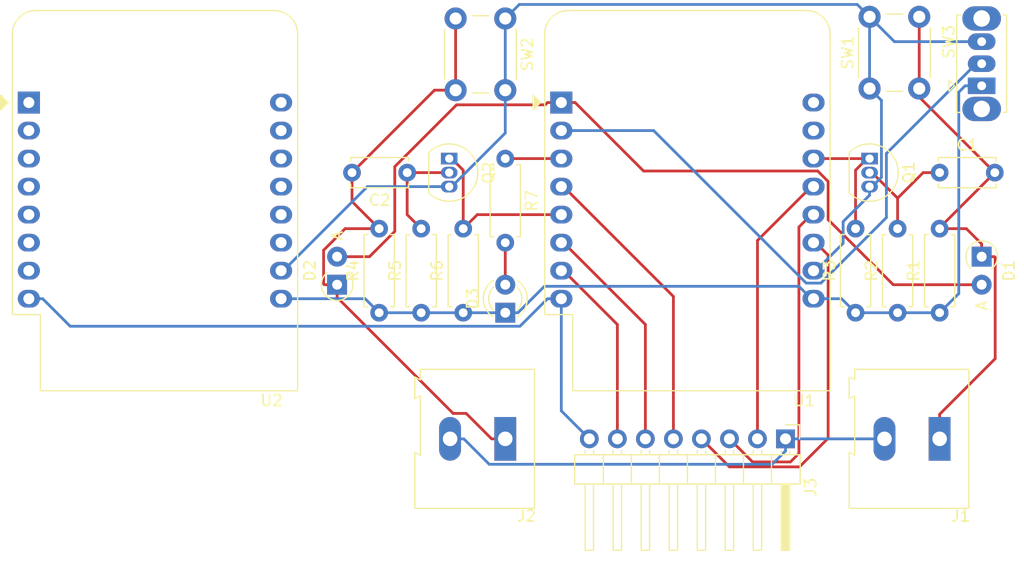
<source format=kicad_pcb>
(kicad_pcb (version 20171130) (host pcbnew 5.1.2-f72e74a~84~ubuntu18.04.1)

  (general
    (thickness 1.6)
    (drawings 0)
    (tracks 157)
    (zones 0)
    (modules 22)
    (nets 35)
  )

  (page A4)
  (layers
    (0 F.Cu signal)
    (31 B.Cu signal)
    (32 B.Adhes user)
    (33 F.Adhes user)
    (34 B.Paste user)
    (35 F.Paste user)
    (36 B.SilkS user)
    (37 F.SilkS user)
    (38 B.Mask user)
    (39 F.Mask user)
    (40 Dwgs.User user)
    (41 Cmts.User user)
    (42 Eco1.User user)
    (43 Eco2.User user)
    (44 Edge.Cuts user)
    (45 Margin user)
    (46 B.CrtYd user)
    (47 F.CrtYd user)
    (48 B.Fab user)
    (49 F.Fab user)
  )

  (setup
    (last_trace_width 0.25)
    (trace_clearance 0.2)
    (zone_clearance 0.508)
    (zone_45_only no)
    (trace_min 0.2)
    (via_size 0.8)
    (via_drill 0.4)
    (via_min_size 0.4)
    (via_min_drill 0.3)
    (uvia_size 0.3)
    (uvia_drill 0.1)
    (uvias_allowed no)
    (uvia_min_size 0.2)
    (uvia_min_drill 0.1)
    (edge_width 0.05)
    (segment_width 0.2)
    (pcb_text_width 0.3)
    (pcb_text_size 1.5 1.5)
    (mod_edge_width 0.12)
    (mod_text_size 1 1)
    (mod_text_width 0.15)
    (pad_size 1.524 1.524)
    (pad_drill 0.762)
    (pad_to_mask_clearance 0.051)
    (solder_mask_min_width 0.25)
    (aux_axis_origin 0 0)
    (visible_elements FFFFFF7F)
    (pcbplotparams
      (layerselection 0x010fc_ffffffff)
      (usegerberextensions false)
      (usegerberattributes false)
      (usegerberadvancedattributes false)
      (creategerberjobfile false)
      (excludeedgelayer true)
      (linewidth 0.100000)
      (plotframeref false)
      (viasonmask false)
      (mode 1)
      (useauxorigin false)
      (hpglpennumber 1)
      (hpglpenspeed 20)
      (hpglpendiameter 15.000000)
      (psnegative false)
      (psa4output false)
      (plotreference true)
      (plotvalue true)
      (plotinvisibletext false)
      (padsonsilk false)
      (subtractmaskfromsilk false)
      (outputformat 1)
      (mirror false)
      (drillshape 1)
      (scaleselection 1)
      (outputdirectory ""))
  )

  (net 0 "")
  (net 1 RSTNEXT)
  (net 2 "Net-(C1-Pad1)")
  (net 3 RSTPREV)
  (net 4 "Net-(C2-Pad1)")
  (net 5 "Net-(D1-Pad2)")
  (net 6 "Net-(D3-Pad2)")
  (net 7 +5V)
  (net 8 GND)
  (net 9 D8-CS)
  (net 10 D7-DIN)
  (net 11 D5-CLK)
  (net 12 D4-RST)
  (net 13 D3-DC)
  (net 14 D2-BUSY)
  (net 15 +3V3)
  (net 16 PAGENEXT)
  (net 17 PAGEPREV)
  (net 18 "Net-(R7-Pad1)")
  (net 19 "Net-(SW3-Pad2)")
  (net 20 "Net-(U1-Pad16)")
  (net 21 "Net-(U1-Pad15)")
  (net 22 "Net-(U2-Pad16)")
  (net 23 "Net-(U2-Pad15)")
  (net 24 "Net-(U2-Pad14)")
  (net 25 "Net-(U2-Pad13)")
  (net 26 "Net-(U2-Pad12)")
  (net 27 "Net-(U2-Pad11)")
  (net 28 "Net-(U2-Pad7)")
  (net 29 "Net-(U2-Pad6)")
  (net 30 "Net-(U2-Pad5)")
  (net 31 "Net-(U2-Pad4)")
  (net 32 "Net-(U2-Pad3)")
  (net 33 "Net-(U2-Pad1)")
  (net 34 "Net-(U2-Pad2)")

  (net_class Default "This is the default net class."
    (clearance 0.2)
    (trace_width 0.25)
    (via_dia 0.8)
    (via_drill 0.4)
    (uvia_dia 0.3)
    (uvia_drill 0.1)
    (add_net +3V3)
    (add_net +5V)
    (add_net D2-BUSY)
    (add_net D3-DC)
    (add_net D4-RST)
    (add_net D5-CLK)
    (add_net D7-DIN)
    (add_net D8-CS)
    (add_net GND)
    (add_net "Net-(C1-Pad1)")
    (add_net "Net-(C2-Pad1)")
    (add_net "Net-(D1-Pad2)")
    (add_net "Net-(D3-Pad2)")
    (add_net "Net-(R7-Pad1)")
    (add_net "Net-(SW3-Pad2)")
    (add_net "Net-(U1-Pad15)")
    (add_net "Net-(U1-Pad16)")
    (add_net "Net-(U2-Pad1)")
    (add_net "Net-(U2-Pad11)")
    (add_net "Net-(U2-Pad12)")
    (add_net "Net-(U2-Pad13)")
    (add_net "Net-(U2-Pad14)")
    (add_net "Net-(U2-Pad15)")
    (add_net "Net-(U2-Pad16)")
    (add_net "Net-(U2-Pad2)")
    (add_net "Net-(U2-Pad3)")
    (add_net "Net-(U2-Pad4)")
    (add_net "Net-(U2-Pad5)")
    (add_net "Net-(U2-Pad6)")
    (add_net "Net-(U2-Pad7)")
    (add_net PAGENEXT)
    (add_net PAGEPREV)
    (add_net RSTNEXT)
    (add_net RSTPREV)
  )

  (module Module:WEMOS_D1_mini_light (layer F.Cu) (tedit 5BBFB1CE) (tstamp 5CFDA73B)
    (at 24.13 48.26)
    (descr "16-pin module, column spacing 22.86 mm (900 mils), https://wiki.wemos.cc/products:d1:d1_mini, https://c1.staticflickr.com/1/734/31400410271_f278b087db_z.jpg")
    (tags "ESP8266 WiFi microcontroller")
    (path /5D063BFB)
    (fp_text reference U2 (at 22 27) (layer F.SilkS)
      (effects (font (size 1 1) (thickness 0.15)))
    )
    (fp_text value WeMos_D1_LiPoAdapter (at 11.7 0) (layer F.Fab)
      (effects (font (size 1 1) (thickness 0.15)))
    )
    (fp_text user "No copper" (at 11.43 -3.81) (layer Cmts.User)
      (effects (font (size 1 1) (thickness 0.15)))
    )
    (fp_text user "KEEP OUT" (at 11.43 -6.35) (layer Cmts.User)
      (effects (font (size 1 1) (thickness 0.15)))
    )
    (fp_arc (start 22.23 -6.21) (end 24.36 -6.21) (angle -90) (layer F.SilkS) (width 0.12))
    (fp_arc (start 0.63 -6.21) (end 0.63 -8.34) (angle -90) (layer F.SilkS) (width 0.12))
    (fp_line (start 1.04 19.22) (end 1.04 26.12) (layer F.SilkS) (width 0.12))
    (fp_line (start -1.5 19.22) (end 1.04 19.22) (layer F.SilkS) (width 0.12))
    (fp_arc (start 22.23 -6.21) (end 24.23 -6.19) (angle -90) (layer F.Fab) (width 0.1))
    (fp_arc (start 0.63 -6.21) (end 0.63 -8.21) (angle -90) (layer F.Fab) (width 0.1))
    (fp_line (start -0.37 0) (end -1.37 -1) (layer F.Fab) (width 0.1))
    (fp_line (start -1.37 1) (end -0.37 0) (layer F.Fab) (width 0.1))
    (fp_line (start -1.37 -6.21) (end -1.37 -1) (layer F.Fab) (width 0.1))
    (fp_line (start 1.17 19.09) (end 1.17 25.99) (layer F.Fab) (width 0.1))
    (fp_line (start -1.37 19.09) (end 1.17 19.09) (layer F.Fab) (width 0.1))
    (fp_line (start -1.35 -7.4) (end -0.55 -8.2) (layer Dwgs.User) (width 0.1))
    (fp_line (start -1.3 -5.45) (end 1.45 -8.2) (layer Dwgs.User) (width 0.1))
    (fp_line (start -1.35 -3.4) (end 3.45 -8.2) (layer Dwgs.User) (width 0.1))
    (fp_line (start 22.65 -1.4) (end 24.25 -3) (layer Dwgs.User) (width 0.1))
    (fp_line (start 20.65 -1.4) (end 24.25 -5) (layer Dwgs.User) (width 0.1))
    (fp_line (start 18.65 -1.4) (end 24.25 -7) (layer Dwgs.User) (width 0.1))
    (fp_line (start 16.65 -1.4) (end 23.45 -8.2) (layer Dwgs.User) (width 0.1))
    (fp_line (start 14.65 -1.4) (end 21.45 -8.2) (layer Dwgs.User) (width 0.1))
    (fp_line (start 12.65 -1.4) (end 19.45 -8.2) (layer Dwgs.User) (width 0.1))
    (fp_line (start 10.65 -1.4) (end 17.45 -8.2) (layer Dwgs.User) (width 0.1))
    (fp_line (start 8.65 -1.4) (end 15.45 -8.2) (layer Dwgs.User) (width 0.1))
    (fp_line (start 6.65 -1.4) (end 13.45 -8.2) (layer Dwgs.User) (width 0.1))
    (fp_line (start 4.65 -1.4) (end 11.45 -8.2) (layer Dwgs.User) (width 0.1))
    (fp_line (start 2.65 -1.4) (end 9.45 -8.2) (layer Dwgs.User) (width 0.1))
    (fp_line (start 0.65 -1.4) (end 7.45 -8.2) (layer Dwgs.User) (width 0.1))
    (fp_line (start -1.35 -1.4) (end 5.45 -8.2) (layer Dwgs.User) (width 0.1))
    (fp_line (start -1.35 -8.2) (end -1.35 -1.4) (layer Dwgs.User) (width 0.1))
    (fp_line (start 24.25 -8.2) (end -1.35 -8.2) (layer Dwgs.User) (width 0.1))
    (fp_line (start 24.25 -1.4) (end 24.25 -8.2) (layer Dwgs.User) (width 0.1))
    (fp_line (start -1.35 -1.4) (end 24.25 -1.4) (layer Dwgs.User) (width 0.1))
    (fp_poly (pts (xy -2.54 -0.635) (xy -2.54 0.635) (xy -1.905 0)) (layer F.SilkS) (width 0.15))
    (fp_line (start -1.62 26.24) (end -1.62 -8.46) (layer F.CrtYd) (width 0.05))
    (fp_line (start 24.48 26.24) (end -1.62 26.24) (layer F.CrtYd) (width 0.05))
    (fp_line (start 24.48 -8.41) (end 24.48 26.24) (layer F.CrtYd) (width 0.05))
    (fp_line (start -1.62 -8.46) (end 24.48 -8.46) (layer F.CrtYd) (width 0.05))
    (fp_text user %R (at 11.43 10) (layer F.Fab)
      (effects (font (size 1 1) (thickness 0.15)))
    )
    (fp_line (start -1.37 1) (end -1.37 19.09) (layer F.Fab) (width 0.1))
    (fp_line (start 22.23 -8.21) (end 0.63 -8.21) (layer F.Fab) (width 0.1))
    (fp_line (start 24.23 25.99) (end 24.23 -6.21) (layer F.Fab) (width 0.1))
    (fp_line (start 1.17 25.99) (end 24.23 25.99) (layer F.Fab) (width 0.1))
    (fp_line (start 22.24 -8.34) (end 0.63 -8.34) (layer F.SilkS) (width 0.12))
    (fp_line (start 24.36 26.12) (end 24.36 -6.21) (layer F.SilkS) (width 0.12))
    (fp_line (start -1.5 19.22) (end -1.5 -6.21) (layer F.SilkS) (width 0.12))
    (fp_line (start 1.04 26.12) (end 24.36 26.12) (layer F.SilkS) (width 0.12))
    (pad 16 thru_hole oval (at 22.86 0) (size 2 1.6) (drill 1) (layers *.Cu *.Mask)
      (net 22 "Net-(U2-Pad16)"))
    (pad 15 thru_hole oval (at 22.86 2.54) (size 2 1.6) (drill 1) (layers *.Cu *.Mask)
      (net 23 "Net-(U2-Pad15)"))
    (pad 14 thru_hole oval (at 22.86 5.08) (size 2 1.6) (drill 1) (layers *.Cu *.Mask)
      (net 24 "Net-(U2-Pad14)"))
    (pad 13 thru_hole oval (at 22.86 7.62) (size 2 1.6) (drill 1) (layers *.Cu *.Mask)
      (net 25 "Net-(U2-Pad13)"))
    (pad 12 thru_hole oval (at 22.86 10.16) (size 2 1.6) (drill 1) (layers *.Cu *.Mask)
      (net 26 "Net-(U2-Pad12)"))
    (pad 11 thru_hole oval (at 22.86 12.7) (size 2 1.6) (drill 1) (layers *.Cu *.Mask)
      (net 27 "Net-(U2-Pad11)"))
    (pad 10 thru_hole oval (at 22.86 15.24) (size 2 1.6) (drill 1) (layers *.Cu *.Mask)
      (net 8 GND))
    (pad 9 thru_hole oval (at 22.86 17.78) (size 2 1.6) (drill 1) (layers *.Cu *.Mask)
      (net 7 +5V))
    (pad 8 thru_hole oval (at 0 17.78) (size 2 1.6) (drill 1) (layers *.Cu *.Mask)
      (net 15 +3V3))
    (pad 7 thru_hole oval (at 0 15.24) (size 2 1.6) (drill 1) (layers *.Cu *.Mask)
      (net 28 "Net-(U2-Pad7)"))
    (pad 6 thru_hole oval (at 0 12.7) (size 2 1.6) (drill 1) (layers *.Cu *.Mask)
      (net 29 "Net-(U2-Pad6)"))
    (pad 5 thru_hole oval (at 0 10.16) (size 2 1.6) (drill 1) (layers *.Cu *.Mask)
      (net 30 "Net-(U2-Pad5)"))
    (pad 4 thru_hole oval (at 0 7.62) (size 2 1.6) (drill 1) (layers *.Cu *.Mask)
      (net 31 "Net-(U2-Pad4)"))
    (pad 3 thru_hole oval (at 0 5.08) (size 2 1.6) (drill 1) (layers *.Cu *.Mask)
      (net 32 "Net-(U2-Pad3)"))
    (pad 1 thru_hole rect (at 0 0) (size 2 2) (drill 1) (layers *.Cu *.Mask)
      (net 33 "Net-(U2-Pad1)"))
    (pad 2 thru_hole oval (at 0 2.54) (size 2 1.6) (drill 1) (layers *.Cu *.Mask)
      (net 34 "Net-(U2-Pad2)"))
    (model ${KISYS3DMOD}/Module.3dshapes/WEMOS_D1_mini_light.wrl
      (at (xyz 0 0 0))
      (scale (xyz 1 1 1))
      (rotate (xyz 0 0 0))
    )
    (model ${KISYS3DMOD}/Connector_PinHeader_2.54mm.3dshapes/PinHeader_1x08_P2.54mm_Vertical.wrl
      (offset (xyz 0 0 9.5))
      (scale (xyz 1 1 1))
      (rotate (xyz 0 -180 0))
    )
    (model ${KISYS3DMOD}/Connector_PinHeader_2.54mm.3dshapes/PinHeader_1x08_P2.54mm_Vertical.wrl
      (offset (xyz 22.86 0 9.5))
      (scale (xyz 1 1 1))
      (rotate (xyz 0 -180 0))
    )
    (model ${KISYS3DMOD}/Connector_PinSocket_2.54mm.3dshapes/PinSocket_1x08_P2.54mm_Vertical.wrl
      (at (xyz 0 0 0))
      (scale (xyz 1 1 1))
      (rotate (xyz 0 0 0))
    )
    (model ${KISYS3DMOD}/Connector_PinSocket_2.54mm.3dshapes/PinSocket_1x08_P2.54mm_Vertical.wrl
      (offset (xyz 22.86 0 0))
      (scale (xyz 1 1 1))
      (rotate (xyz 0 0 0))
    )
  )

  (module Resistor_THT:R_Axial_DIN0207_L6.3mm_D2.5mm_P7.62mm_Horizontal (layer F.Cu) (tedit 5AE5139B) (tstamp 5CFD727F)
    (at 67.31 53.34 270)
    (descr "Resistor, Axial_DIN0207 series, Axial, Horizontal, pin pitch=7.62mm, 0.25W = 1/4W, length*diameter=6.3*2.5mm^2, http://cdn-reichelt.de/documents/datenblatt/B400/1_4W%23YAG.pdf")
    (tags "Resistor Axial_DIN0207 series Axial Horizontal pin pitch 7.62mm 0.25W = 1/4W length 6.3mm diameter 2.5mm")
    (path /5CFCF8C8)
    (fp_text reference R7 (at 3.81 -2.37 90) (layer F.SilkS)
      (effects (font (size 1 1) (thickness 0.15)))
    )
    (fp_text value R (at 3.81 2.37 90) (layer F.Fab)
      (effects (font (size 1 1) (thickness 0.15)))
    )
    (fp_text user %R (at 3.81 0 90) (layer F.Fab)
      (effects (font (size 1 1) (thickness 0.15)))
    )
    (fp_line (start 8.67 -1.5) (end -1.05 -1.5) (layer F.CrtYd) (width 0.05))
    (fp_line (start 8.67 1.5) (end 8.67 -1.5) (layer F.CrtYd) (width 0.05))
    (fp_line (start -1.05 1.5) (end 8.67 1.5) (layer F.CrtYd) (width 0.05))
    (fp_line (start -1.05 -1.5) (end -1.05 1.5) (layer F.CrtYd) (width 0.05))
    (fp_line (start 7.08 1.37) (end 7.08 1.04) (layer F.SilkS) (width 0.12))
    (fp_line (start 0.54 1.37) (end 7.08 1.37) (layer F.SilkS) (width 0.12))
    (fp_line (start 0.54 1.04) (end 0.54 1.37) (layer F.SilkS) (width 0.12))
    (fp_line (start 7.08 -1.37) (end 7.08 -1.04) (layer F.SilkS) (width 0.12))
    (fp_line (start 0.54 -1.37) (end 7.08 -1.37) (layer F.SilkS) (width 0.12))
    (fp_line (start 0.54 -1.04) (end 0.54 -1.37) (layer F.SilkS) (width 0.12))
    (fp_line (start 7.62 0) (end 6.96 0) (layer F.Fab) (width 0.1))
    (fp_line (start 0 0) (end 0.66 0) (layer F.Fab) (width 0.1))
    (fp_line (start 6.96 -1.25) (end 0.66 -1.25) (layer F.Fab) (width 0.1))
    (fp_line (start 6.96 1.25) (end 6.96 -1.25) (layer F.Fab) (width 0.1))
    (fp_line (start 0.66 1.25) (end 6.96 1.25) (layer F.Fab) (width 0.1))
    (fp_line (start 0.66 -1.25) (end 0.66 1.25) (layer F.Fab) (width 0.1))
    (pad 2 thru_hole oval (at 7.62 0 270) (size 1.6 1.6) (drill 0.8) (layers *.Cu *.Mask)
      (net 6 "Net-(D3-Pad2)"))
    (pad 1 thru_hole circle (at 0 0 270) (size 1.6 1.6) (drill 0.8) (layers *.Cu *.Mask)
      (net 18 "Net-(R7-Pad1)"))
    (model ${KISYS3DMOD}/Resistor_THT.3dshapes/R_Axial_DIN0207_L6.3mm_D2.5mm_P7.62mm_Horizontal.wrl
      (at (xyz 0 0 0))
      (scale (xyz 1 1 1))
      (rotate (xyz 0 0 0))
    )
  )

  (module Module:WEMOS_D1_mini_light (layer F.Cu) (tedit 5BBFB1CE) (tstamp 5CFD24F9)
    (at 72.39 48.26)
    (descr "16-pin module, column spacing 22.86 mm (900 mils), https://wiki.wemos.cc/products:d1:d1_mini, https://c1.staticflickr.com/1/734/31400410271_f278b087db_z.jpg")
    (tags "ESP8266 WiFi microcontroller")
    (path /5CFCB51D)
    (fp_text reference U1 (at 22 27) (layer F.SilkS)
      (effects (font (size 1 1) (thickness 0.15)))
    )
    (fp_text value WeMos_D1_mini (at 11.7 0) (layer F.Fab)
      (effects (font (size 1 1) (thickness 0.15)))
    )
    (fp_text user "No copper" (at 11.43 -3.81) (layer Cmts.User)
      (effects (font (size 1 1) (thickness 0.15)))
    )
    (fp_text user "KEEP OUT" (at 11.43 -6.35) (layer Cmts.User)
      (effects (font (size 1 1) (thickness 0.15)))
    )
    (fp_arc (start 22.23 -6.21) (end 24.36 -6.21) (angle -90) (layer F.SilkS) (width 0.12))
    (fp_arc (start 0.63 -6.21) (end 0.63 -8.34) (angle -90) (layer F.SilkS) (width 0.12))
    (fp_line (start 1.04 19.22) (end 1.04 26.12) (layer F.SilkS) (width 0.12))
    (fp_line (start -1.5 19.22) (end 1.04 19.22) (layer F.SilkS) (width 0.12))
    (fp_arc (start 22.23 -6.21) (end 24.23 -6.19) (angle -90) (layer F.Fab) (width 0.1))
    (fp_arc (start 0.63 -6.21) (end 0.63 -8.21) (angle -90) (layer F.Fab) (width 0.1))
    (fp_line (start -0.37 0) (end -1.37 -1) (layer F.Fab) (width 0.1))
    (fp_line (start -1.37 1) (end -0.37 0) (layer F.Fab) (width 0.1))
    (fp_line (start -1.37 -6.21) (end -1.37 -1) (layer F.Fab) (width 0.1))
    (fp_line (start 1.17 19.09) (end 1.17 25.99) (layer F.Fab) (width 0.1))
    (fp_line (start -1.37 19.09) (end 1.17 19.09) (layer F.Fab) (width 0.1))
    (fp_line (start -1.35 -7.4) (end -0.55 -8.2) (layer Dwgs.User) (width 0.1))
    (fp_line (start -1.3 -5.45) (end 1.45 -8.2) (layer Dwgs.User) (width 0.1))
    (fp_line (start -1.35 -3.4) (end 3.45 -8.2) (layer Dwgs.User) (width 0.1))
    (fp_line (start 22.65 -1.4) (end 24.25 -3) (layer Dwgs.User) (width 0.1))
    (fp_line (start 20.65 -1.4) (end 24.25 -5) (layer Dwgs.User) (width 0.1))
    (fp_line (start 18.65 -1.4) (end 24.25 -7) (layer Dwgs.User) (width 0.1))
    (fp_line (start 16.65 -1.4) (end 23.45 -8.2) (layer Dwgs.User) (width 0.1))
    (fp_line (start 14.65 -1.4) (end 21.45 -8.2) (layer Dwgs.User) (width 0.1))
    (fp_line (start 12.65 -1.4) (end 19.45 -8.2) (layer Dwgs.User) (width 0.1))
    (fp_line (start 10.65 -1.4) (end 17.45 -8.2) (layer Dwgs.User) (width 0.1))
    (fp_line (start 8.65 -1.4) (end 15.45 -8.2) (layer Dwgs.User) (width 0.1))
    (fp_line (start 6.65 -1.4) (end 13.45 -8.2) (layer Dwgs.User) (width 0.1))
    (fp_line (start 4.65 -1.4) (end 11.45 -8.2) (layer Dwgs.User) (width 0.1))
    (fp_line (start 2.65 -1.4) (end 9.45 -8.2) (layer Dwgs.User) (width 0.1))
    (fp_line (start 0.65 -1.4) (end 7.45 -8.2) (layer Dwgs.User) (width 0.1))
    (fp_line (start -1.35 -1.4) (end 5.45 -8.2) (layer Dwgs.User) (width 0.1))
    (fp_line (start -1.35 -8.2) (end -1.35 -1.4) (layer Dwgs.User) (width 0.1))
    (fp_line (start 24.25 -8.2) (end -1.35 -8.2) (layer Dwgs.User) (width 0.1))
    (fp_line (start 24.25 -1.4) (end 24.25 -8.2) (layer Dwgs.User) (width 0.1))
    (fp_line (start -1.35 -1.4) (end 24.25 -1.4) (layer Dwgs.User) (width 0.1))
    (fp_poly (pts (xy -2.54 -0.635) (xy -2.54 0.635) (xy -1.905 0)) (layer F.SilkS) (width 0.15))
    (fp_line (start -1.62 26.24) (end -1.62 -8.46) (layer F.CrtYd) (width 0.05))
    (fp_line (start 24.48 26.24) (end -1.62 26.24) (layer F.CrtYd) (width 0.05))
    (fp_line (start 24.48 -8.41) (end 24.48 26.24) (layer F.CrtYd) (width 0.05))
    (fp_line (start -1.62 -8.46) (end 24.48 -8.46) (layer F.CrtYd) (width 0.05))
    (fp_text user %R (at 11.43 10) (layer F.Fab)
      (effects (font (size 1 1) (thickness 0.15)))
    )
    (fp_line (start -1.37 1) (end -1.37 19.09) (layer F.Fab) (width 0.1))
    (fp_line (start 22.23 -8.21) (end 0.63 -8.21) (layer F.Fab) (width 0.1))
    (fp_line (start 24.23 25.99) (end 24.23 -6.21) (layer F.Fab) (width 0.1))
    (fp_line (start 1.17 25.99) (end 24.23 25.99) (layer F.Fab) (width 0.1))
    (fp_line (start 22.24 -8.34) (end 0.63 -8.34) (layer F.SilkS) (width 0.12))
    (fp_line (start 24.36 26.12) (end 24.36 -6.21) (layer F.SilkS) (width 0.12))
    (fp_line (start -1.5 19.22) (end -1.5 -6.21) (layer F.SilkS) (width 0.12))
    (fp_line (start 1.04 26.12) (end 24.36 26.12) (layer F.SilkS) (width 0.12))
    (pad 16 thru_hole oval (at 22.86 0) (size 2 1.6) (drill 1) (layers *.Cu *.Mask)
      (net 20 "Net-(U1-Pad16)"))
    (pad 15 thru_hole oval (at 22.86 2.54) (size 2 1.6) (drill 1) (layers *.Cu *.Mask)
      (net 21 "Net-(U1-Pad15)"))
    (pad 14 thru_hole oval (at 22.86 5.08) (size 2 1.6) (drill 1) (layers *.Cu *.Mask)
      (net 16 PAGENEXT))
    (pad 13 thru_hole oval (at 22.86 7.62) (size 2 1.6) (drill 1) (layers *.Cu *.Mask)
      (net 14 D2-BUSY))
    (pad 12 thru_hole oval (at 22.86 10.16) (size 2 1.6) (drill 1) (layers *.Cu *.Mask)
      (net 13 D3-DC))
    (pad 11 thru_hole oval (at 22.86 12.7) (size 2 1.6) (drill 1) (layers *.Cu *.Mask)
      (net 12 D4-RST))
    (pad 10 thru_hole oval (at 22.86 15.24) (size 2 1.6) (drill 1) (layers *.Cu *.Mask)
      (net 8 GND))
    (pad 9 thru_hole oval (at 22.86 17.78) (size 2 1.6) (drill 1) (layers *.Cu *.Mask)
      (net 7 +5V))
    (pad 8 thru_hole oval (at 0 17.78) (size 2 1.6) (drill 1) (layers *.Cu *.Mask)
      (net 15 +3V3))
    (pad 7 thru_hole oval (at 0 15.24) (size 2 1.6) (drill 1) (layers *.Cu *.Mask)
      (net 9 D8-CS))
    (pad 6 thru_hole oval (at 0 12.7) (size 2 1.6) (drill 1) (layers *.Cu *.Mask)
      (net 10 D7-DIN))
    (pad 5 thru_hole oval (at 0 10.16) (size 2 1.6) (drill 1) (layers *.Cu *.Mask)
      (net 17 PAGEPREV))
    (pad 4 thru_hole oval (at 0 7.62) (size 2 1.6) (drill 1) (layers *.Cu *.Mask)
      (net 11 D5-CLK))
    (pad 3 thru_hole oval (at 0 5.08) (size 2 1.6) (drill 1) (layers *.Cu *.Mask)
      (net 18 "Net-(R7-Pad1)"))
    (pad 1 thru_hole rect (at 0 0) (size 2 2) (drill 1) (layers *.Cu *.Mask)
      (net 5 "Net-(D1-Pad2)"))
    (pad 2 thru_hole oval (at 0 2.54) (size 2 1.6) (drill 1) (layers *.Cu *.Mask)
      (net 19 "Net-(SW3-Pad2)"))
    (model ${KISYS3DMOD}/Module.3dshapes/WEMOS_D1_mini_light.wrl
      (at (xyz 0 0 0))
      (scale (xyz 1 1 1))
      (rotate (xyz 0 0 0))
    )
    (model ${KISYS3DMOD}/Connector_PinHeader_2.54mm.3dshapes/PinHeader_1x08_P2.54mm_Vertical.wrl
      (offset (xyz 0 0 9.5))
      (scale (xyz 1 1 1))
      (rotate (xyz 0 -180 0))
    )
    (model ${KISYS3DMOD}/Connector_PinHeader_2.54mm.3dshapes/PinHeader_1x08_P2.54mm_Vertical.wrl
      (offset (xyz 22.86 0 9.5))
      (scale (xyz 1 1 1))
      (rotate (xyz 0 -180 0))
    )
    (model ${KISYS3DMOD}/Connector_PinSocket_2.54mm.3dshapes/PinSocket_1x08_P2.54mm_Vertical.wrl
      (at (xyz 0 0 0))
      (scale (xyz 1 1 1))
      (rotate (xyz 0 0 0))
    )
    (model ${KISYS3DMOD}/Connector_PinSocket_2.54mm.3dshapes/PinSocket_1x08_P2.54mm_Vertical.wrl
      (offset (xyz 22.86 0 0))
      (scale (xyz 1 1 1))
      (rotate (xyz 0 0 0))
    )
  )

  (module Button_Switch_THT:SW_Slide_1P2T_CK_OS102011MS2Q (layer F.Cu) (tedit 5C5044D5) (tstamp 5CFD24B6)
    (at 110.49 46.74 90)
    (descr "CuK miniature slide switch, OS series, SPDT, https://www.ckswitches.com/media/1428/os.pdf")
    (tags "switch SPDT")
    (path /5CFCC1EA)
    (fp_text reference SW3 (at 3.99 -2.99 90) (layer F.SilkS)
      (effects (font (size 1 1) (thickness 0.15)))
    )
    (fp_text value SW_SPDT (at 2 3 90) (layer F.Fab)
      (effects (font (size 1 1) (thickness 0.15)))
    )
    (fp_line (start 0.5 -2.96) (end -0.5 -2.96) (layer F.SilkS) (width 0.12))
    (fp_line (start 0 -2.46) (end 0.5 -2.96) (layer F.SilkS) (width 0.12))
    (fp_line (start -0.5 -2.96) (end 0 -2.46) (layer F.SilkS) (width 0.12))
    (fp_line (start 0 -1.65) (end 0.5 -2.15) (layer F.Fab) (width 0.1))
    (fp_line (start -0.5 -2.15) (end 0 -1.65) (layer F.Fab) (width 0.1))
    (fp_line (start -3.45 2.4) (end -3.45 -2.4) (layer B.CrtYd) (width 0.05))
    (fp_line (start 7.45 2.4) (end -3.45 2.4) (layer B.CrtYd) (width 0.05))
    (fp_line (start 7.45 -2.4) (end 7.45 2.4) (layer B.CrtYd) (width 0.05))
    (fp_line (start -3.45 -2.4) (end 7.45 -2.4) (layer B.CrtYd) (width 0.05))
    (fp_text user %R (at 3.99 -2.99 90) (layer F.Fab)
      (effects (font (size 1 1) (thickness 0.15)))
    )
    (fp_line (start 6.41 2.26) (end 6.41 1.95) (layer F.SilkS) (width 0.12))
    (fp_line (start -2.41 2.26) (end -2.41 1.95) (layer F.SilkS) (width 0.12))
    (fp_line (start -2.41 -1.95) (end -2.41 -2.26) (layer F.SilkS) (width 0.12))
    (fp_line (start 6.41 2.26) (end -2.41 2.26) (layer F.SilkS) (width 0.12))
    (fp_line (start 6.41 -2.26) (end 6.41 -1.95) (layer F.SilkS) (width 0.12))
    (fp_line (start -2.41 -2.26) (end 6.41 -2.26) (layer F.SilkS) (width 0.12))
    (fp_line (start -2.3 -2.15) (end -0.5 -2.15) (layer F.Fab) (width 0.1))
    (fp_line (start 2 -1) (end 2 1) (layer F.Fab) (width 0.1))
    (fp_line (start 1.34 -1) (end 1.34 1) (layer F.Fab) (width 0.1))
    (fp_line (start 0.66 -1) (end 0.66 1) (layer F.Fab) (width 0.1))
    (fp_line (start 0 -1) (end 0 1) (layer F.Fab) (width 0.1))
    (fp_line (start 0 1) (end 4 1) (layer F.Fab) (width 0.1))
    (fp_line (start 4 -1) (end 4 1) (layer F.Fab) (width 0.1))
    (fp_line (start 0 -1) (end 4 -1) (layer F.Fab) (width 0.1))
    (fp_line (start -2.3 2.15) (end -2.3 -2.15) (layer F.Fab) (width 0.1))
    (fp_line (start 6.3 2.15) (end -2.3 2.15) (layer F.Fab) (width 0.1))
    (fp_line (start 6.3 -2.15) (end 6.3 2.15) (layer F.Fab) (width 0.1))
    (fp_line (start 0.5 -2.15) (end 6.3 -2.15) (layer F.Fab) (width 0.1))
    (pad "" thru_hole oval (at 6.1 0 90) (size 2.2 3.5) (drill 1.5) (layers *.Cu *.Mask))
    (pad "" thru_hole oval (at -2.1 0 90) (size 2.2 3.5) (drill 1.5) (layers *.Cu *.Mask))
    (pad 3 thru_hole oval (at 4 0 90) (size 1.5 2.5) (drill 0.8) (layers *.Cu *.Mask)
      (net 8 GND))
    (pad 2 thru_hole oval (at 2 0 90) (size 1.5 2.5) (drill 0.8) (layers *.Cu *.Mask)
      (net 19 "Net-(SW3-Pad2)"))
    (pad 1 thru_hole rect (at 0 0 90) (size 1.5 2.5) (drill 0.8) (layers *.Cu *.Mask)
      (net 7 +5V))
    (model ${KISYS3DMOD}/Button_Switch_THT.3dshapes/SW_Slide_1P2T_CK_OS102011MS2Q.wrl
      (at (xyz 0 0 0))
      (scale (xyz 1 1 1))
      (rotate (xyz 0 0 0))
    )
  )

  (module Button_Switch_THT:SW_PUSH_6mm (layer F.Cu) (tedit 5A02FE31) (tstamp 5CFD2491)
    (at 67.31 40.64 270)
    (descr https://www.omron.com/ecb/products/pdf/en-b3f.pdf)
    (tags "tact sw push 6mm")
    (path /5D013ED0)
    (fp_text reference SW2 (at 3.25 -2 90) (layer F.SilkS)
      (effects (font (size 1 1) (thickness 0.15)))
    )
    (fp_text value SW_Push (at 3.75 6.7 90) (layer F.Fab)
      (effects (font (size 1 1) (thickness 0.15)))
    )
    (fp_circle (center 3.25 2.25) (end 1.25 2.5) (layer F.Fab) (width 0.1))
    (fp_line (start 6.75 3) (end 6.75 1.5) (layer F.SilkS) (width 0.12))
    (fp_line (start 5.5 -1) (end 1 -1) (layer F.SilkS) (width 0.12))
    (fp_line (start -0.25 1.5) (end -0.25 3) (layer F.SilkS) (width 0.12))
    (fp_line (start 1 5.5) (end 5.5 5.5) (layer F.SilkS) (width 0.12))
    (fp_line (start 8 -1.25) (end 8 5.75) (layer F.CrtYd) (width 0.05))
    (fp_line (start 7.75 6) (end -1.25 6) (layer F.CrtYd) (width 0.05))
    (fp_line (start -1.5 5.75) (end -1.5 -1.25) (layer F.CrtYd) (width 0.05))
    (fp_line (start -1.25 -1.5) (end 7.75 -1.5) (layer F.CrtYd) (width 0.05))
    (fp_line (start -1.5 6) (end -1.25 6) (layer F.CrtYd) (width 0.05))
    (fp_line (start -1.5 5.75) (end -1.5 6) (layer F.CrtYd) (width 0.05))
    (fp_line (start -1.5 -1.5) (end -1.25 -1.5) (layer F.CrtYd) (width 0.05))
    (fp_line (start -1.5 -1.25) (end -1.5 -1.5) (layer F.CrtYd) (width 0.05))
    (fp_line (start 8 -1.5) (end 8 -1.25) (layer F.CrtYd) (width 0.05))
    (fp_line (start 7.75 -1.5) (end 8 -1.5) (layer F.CrtYd) (width 0.05))
    (fp_line (start 8 6) (end 8 5.75) (layer F.CrtYd) (width 0.05))
    (fp_line (start 7.75 6) (end 8 6) (layer F.CrtYd) (width 0.05))
    (fp_line (start 0.25 -0.75) (end 3.25 -0.75) (layer F.Fab) (width 0.1))
    (fp_line (start 0.25 5.25) (end 0.25 -0.75) (layer F.Fab) (width 0.1))
    (fp_line (start 6.25 5.25) (end 0.25 5.25) (layer F.Fab) (width 0.1))
    (fp_line (start 6.25 -0.75) (end 6.25 5.25) (layer F.Fab) (width 0.1))
    (fp_line (start 3.25 -0.75) (end 6.25 -0.75) (layer F.Fab) (width 0.1))
    (fp_text user %R (at 3.25 2.25 90) (layer F.Fab)
      (effects (font (size 1 1) (thickness 0.15)))
    )
    (pad 1 thru_hole circle (at 6.5 0) (size 2 2) (drill 1.1) (layers *.Cu *.Mask)
      (net 8 GND))
    (pad 2 thru_hole circle (at 6.5 4.5) (size 2 2) (drill 1.1) (layers *.Cu *.Mask)
      (net 3 RSTPREV))
    (pad 1 thru_hole circle (at 0 0) (size 2 2) (drill 1.1) (layers *.Cu *.Mask)
      (net 8 GND))
    (pad 2 thru_hole circle (at 0 4.5) (size 2 2) (drill 1.1) (layers *.Cu *.Mask)
      (net 3 RSTPREV))
    (model ${KISYS3DMOD}/Button_Switch_THT.3dshapes/SW_PUSH_6mm.wrl
      (at (xyz 0 0 0))
      (scale (xyz 1 1 1))
      (rotate (xyz 0 0 0))
    )
  )

  (module Button_Switch_THT:SW_PUSH_6mm (layer F.Cu) (tedit 5A02FE31) (tstamp 5CFD2472)
    (at 100.33 46.99 90)
    (descr https://www.omron.com/ecb/products/pdf/en-b3f.pdf)
    (tags "tact sw push 6mm")
    (path /5CFF23A9)
    (fp_text reference SW1 (at 3.25 -2 90) (layer F.SilkS)
      (effects (font (size 1 1) (thickness 0.15)))
    )
    (fp_text value SW_Push (at 3.75 6.7 90) (layer F.Fab)
      (effects (font (size 1 1) (thickness 0.15)))
    )
    (fp_circle (center 3.25 2.25) (end 1.25 2.5) (layer F.Fab) (width 0.1))
    (fp_line (start 6.75 3) (end 6.75 1.5) (layer F.SilkS) (width 0.12))
    (fp_line (start 5.5 -1) (end 1 -1) (layer F.SilkS) (width 0.12))
    (fp_line (start -0.25 1.5) (end -0.25 3) (layer F.SilkS) (width 0.12))
    (fp_line (start 1 5.5) (end 5.5 5.5) (layer F.SilkS) (width 0.12))
    (fp_line (start 8 -1.25) (end 8 5.75) (layer F.CrtYd) (width 0.05))
    (fp_line (start 7.75 6) (end -1.25 6) (layer F.CrtYd) (width 0.05))
    (fp_line (start -1.5 5.75) (end -1.5 -1.25) (layer F.CrtYd) (width 0.05))
    (fp_line (start -1.25 -1.5) (end 7.75 -1.5) (layer F.CrtYd) (width 0.05))
    (fp_line (start -1.5 6) (end -1.25 6) (layer F.CrtYd) (width 0.05))
    (fp_line (start -1.5 5.75) (end -1.5 6) (layer F.CrtYd) (width 0.05))
    (fp_line (start -1.5 -1.5) (end -1.25 -1.5) (layer F.CrtYd) (width 0.05))
    (fp_line (start -1.5 -1.25) (end -1.5 -1.5) (layer F.CrtYd) (width 0.05))
    (fp_line (start 8 -1.5) (end 8 -1.25) (layer F.CrtYd) (width 0.05))
    (fp_line (start 7.75 -1.5) (end 8 -1.5) (layer F.CrtYd) (width 0.05))
    (fp_line (start 8 6) (end 8 5.75) (layer F.CrtYd) (width 0.05))
    (fp_line (start 7.75 6) (end 8 6) (layer F.CrtYd) (width 0.05))
    (fp_line (start 0.25 -0.75) (end 3.25 -0.75) (layer F.Fab) (width 0.1))
    (fp_line (start 0.25 5.25) (end 0.25 -0.75) (layer F.Fab) (width 0.1))
    (fp_line (start 6.25 5.25) (end 0.25 5.25) (layer F.Fab) (width 0.1))
    (fp_line (start 6.25 -0.75) (end 6.25 5.25) (layer F.Fab) (width 0.1))
    (fp_line (start 3.25 -0.75) (end 6.25 -0.75) (layer F.Fab) (width 0.1))
    (fp_text user %R (at 3.25 2.25 90) (layer F.Fab)
      (effects (font (size 1 1) (thickness 0.15)))
    )
    (pad 1 thru_hole circle (at 6.5 0 180) (size 2 2) (drill 1.1) (layers *.Cu *.Mask)
      (net 8 GND))
    (pad 2 thru_hole circle (at 6.5 4.5 180) (size 2 2) (drill 1.1) (layers *.Cu *.Mask)
      (net 1 RSTNEXT))
    (pad 1 thru_hole circle (at 0 0 180) (size 2 2) (drill 1.1) (layers *.Cu *.Mask)
      (net 8 GND))
    (pad 2 thru_hole circle (at 0 4.5 180) (size 2 2) (drill 1.1) (layers *.Cu *.Mask)
      (net 1 RSTNEXT))
    (model ${KISYS3DMOD}/Button_Switch_THT.3dshapes/SW_PUSH_6mm.wrl
      (at (xyz 0 0 0))
      (scale (xyz 1 1 1))
      (rotate (xyz 0 0 0))
    )
  )

  (module Resistor_THT:R_Axial_DIN0207_L6.3mm_D2.5mm_P7.62mm_Horizontal (layer F.Cu) (tedit 5AE5139B) (tstamp 5CFD243C)
    (at 63.5 67.31 90)
    (descr "Resistor, Axial_DIN0207 series, Axial, Horizontal, pin pitch=7.62mm, 0.25W = 1/4W, length*diameter=6.3*2.5mm^2, http://cdn-reichelt.de/documents/datenblatt/B400/1_4W%23YAG.pdf")
    (tags "Resistor Axial_DIN0207 series Axial Horizontal pin pitch 7.62mm 0.25W = 1/4W length 6.3mm diameter 2.5mm")
    (path /5D013ED6)
    (fp_text reference R6 (at 3.81 -2.37 90) (layer F.SilkS)
      (effects (font (size 1 1) (thickness 0.15)))
    )
    (fp_text value R (at 3.81 2.37 90) (layer F.Fab)
      (effects (font (size 1 1) (thickness 0.15)))
    )
    (fp_text user %R (at 3.81 0 90) (layer F.Fab)
      (effects (font (size 1 1) (thickness 0.15)))
    )
    (fp_line (start 8.67 -1.5) (end -1.05 -1.5) (layer F.CrtYd) (width 0.05))
    (fp_line (start 8.67 1.5) (end 8.67 -1.5) (layer F.CrtYd) (width 0.05))
    (fp_line (start -1.05 1.5) (end 8.67 1.5) (layer F.CrtYd) (width 0.05))
    (fp_line (start -1.05 -1.5) (end -1.05 1.5) (layer F.CrtYd) (width 0.05))
    (fp_line (start 7.08 1.37) (end 7.08 1.04) (layer F.SilkS) (width 0.12))
    (fp_line (start 0.54 1.37) (end 7.08 1.37) (layer F.SilkS) (width 0.12))
    (fp_line (start 0.54 1.04) (end 0.54 1.37) (layer F.SilkS) (width 0.12))
    (fp_line (start 7.08 -1.37) (end 7.08 -1.04) (layer F.SilkS) (width 0.12))
    (fp_line (start 0.54 -1.37) (end 7.08 -1.37) (layer F.SilkS) (width 0.12))
    (fp_line (start 0.54 -1.04) (end 0.54 -1.37) (layer F.SilkS) (width 0.12))
    (fp_line (start 7.62 0) (end 6.96 0) (layer F.Fab) (width 0.1))
    (fp_line (start 0 0) (end 0.66 0) (layer F.Fab) (width 0.1))
    (fp_line (start 6.96 -1.25) (end 0.66 -1.25) (layer F.Fab) (width 0.1))
    (fp_line (start 6.96 1.25) (end 6.96 -1.25) (layer F.Fab) (width 0.1))
    (fp_line (start 0.66 1.25) (end 6.96 1.25) (layer F.Fab) (width 0.1))
    (fp_line (start 0.66 -1.25) (end 0.66 1.25) (layer F.Fab) (width 0.1))
    (pad 2 thru_hole oval (at 7.62 0 90) (size 1.6 1.6) (drill 0.8) (layers *.Cu *.Mask)
      (net 17 PAGEPREV))
    (pad 1 thru_hole circle (at 0 0 90) (size 1.6 1.6) (drill 0.8) (layers *.Cu *.Mask)
      (net 7 +5V))
    (model ${KISYS3DMOD}/Resistor_THT.3dshapes/R_Axial_DIN0207_L6.3mm_D2.5mm_P7.62mm_Horizontal.wrl
      (at (xyz 0 0 0))
      (scale (xyz 1 1 1))
      (rotate (xyz 0 0 0))
    )
  )

  (module Resistor_THT:R_Axial_DIN0207_L6.3mm_D2.5mm_P7.62mm_Horizontal (layer F.Cu) (tedit 5AE5139B) (tstamp 5CFD2425)
    (at 99.06 67.31 90)
    (descr "Resistor, Axial_DIN0207 series, Axial, Horizontal, pin pitch=7.62mm, 0.25W = 1/4W, length*diameter=6.3*2.5mm^2, http://cdn-reichelt.de/documents/datenblatt/B400/1_4W%23YAG.pdf")
    (tags "Resistor Axial_DIN0207 series Axial Horizontal pin pitch 7.62mm 0.25W = 1/4W length 6.3mm diameter 2.5mm")
    (path /5CFEF17E)
    (fp_text reference R3 (at 3.81 -2.37 90) (layer F.SilkS)
      (effects (font (size 1 1) (thickness 0.15)))
    )
    (fp_text value R (at 3.81 2.37 90) (layer F.Fab)
      (effects (font (size 1 1) (thickness 0.15)))
    )
    (fp_text user %R (at 3.81 0 90) (layer F.Fab)
      (effects (font (size 1 1) (thickness 0.15)))
    )
    (fp_line (start 8.67 -1.5) (end -1.05 -1.5) (layer F.CrtYd) (width 0.05))
    (fp_line (start 8.67 1.5) (end 8.67 -1.5) (layer F.CrtYd) (width 0.05))
    (fp_line (start -1.05 1.5) (end 8.67 1.5) (layer F.CrtYd) (width 0.05))
    (fp_line (start -1.05 -1.5) (end -1.05 1.5) (layer F.CrtYd) (width 0.05))
    (fp_line (start 7.08 1.37) (end 7.08 1.04) (layer F.SilkS) (width 0.12))
    (fp_line (start 0.54 1.37) (end 7.08 1.37) (layer F.SilkS) (width 0.12))
    (fp_line (start 0.54 1.04) (end 0.54 1.37) (layer F.SilkS) (width 0.12))
    (fp_line (start 7.08 -1.37) (end 7.08 -1.04) (layer F.SilkS) (width 0.12))
    (fp_line (start 0.54 -1.37) (end 7.08 -1.37) (layer F.SilkS) (width 0.12))
    (fp_line (start 0.54 -1.04) (end 0.54 -1.37) (layer F.SilkS) (width 0.12))
    (fp_line (start 7.62 0) (end 6.96 0) (layer F.Fab) (width 0.1))
    (fp_line (start 0 0) (end 0.66 0) (layer F.Fab) (width 0.1))
    (fp_line (start 6.96 -1.25) (end 0.66 -1.25) (layer F.Fab) (width 0.1))
    (fp_line (start 6.96 1.25) (end 6.96 -1.25) (layer F.Fab) (width 0.1))
    (fp_line (start 0.66 1.25) (end 6.96 1.25) (layer F.Fab) (width 0.1))
    (fp_line (start 0.66 -1.25) (end 0.66 1.25) (layer F.Fab) (width 0.1))
    (pad 2 thru_hole oval (at 7.62 0 90) (size 1.6 1.6) (drill 0.8) (layers *.Cu *.Mask)
      (net 16 PAGENEXT))
    (pad 1 thru_hole circle (at 0 0 90) (size 1.6 1.6) (drill 0.8) (layers *.Cu *.Mask)
      (net 7 +5V))
    (model ${KISYS3DMOD}/Resistor_THT.3dshapes/R_Axial_DIN0207_L6.3mm_D2.5mm_P7.62mm_Horizontal.wrl
      (at (xyz 0 0 0))
      (scale (xyz 1 1 1))
      (rotate (xyz 0 0 0))
    )
  )

  (module Resistor_THT:R_Axial_DIN0207_L6.3mm_D2.5mm_P7.62mm_Horizontal (layer F.Cu) (tedit 5AE5139B) (tstamp 5CFD240E)
    (at 59.69 67.31 90)
    (descr "Resistor, Axial_DIN0207 series, Axial, Horizontal, pin pitch=7.62mm, 0.25W = 1/4W, length*diameter=6.3*2.5mm^2, http://cdn-reichelt.de/documents/datenblatt/B400/1_4W%23YAG.pdf")
    (tags "Resistor Axial_DIN0207 series Axial Horizontal pin pitch 7.62mm 0.25W = 1/4W length 6.3mm diameter 2.5mm")
    (path /5D013F06)
    (fp_text reference R5 (at 3.81 -2.37 90) (layer F.SilkS)
      (effects (font (size 1 1) (thickness 0.15)))
    )
    (fp_text value R (at 3.81 2.37 90) (layer F.Fab)
      (effects (font (size 1 1) (thickness 0.15)))
    )
    (fp_text user %R (at 3.81 0 90) (layer F.Fab)
      (effects (font (size 1 1) (thickness 0.15)))
    )
    (fp_line (start 8.67 -1.5) (end -1.05 -1.5) (layer F.CrtYd) (width 0.05))
    (fp_line (start 8.67 1.5) (end 8.67 -1.5) (layer F.CrtYd) (width 0.05))
    (fp_line (start -1.05 1.5) (end 8.67 1.5) (layer F.CrtYd) (width 0.05))
    (fp_line (start -1.05 -1.5) (end -1.05 1.5) (layer F.CrtYd) (width 0.05))
    (fp_line (start 7.08 1.37) (end 7.08 1.04) (layer F.SilkS) (width 0.12))
    (fp_line (start 0.54 1.37) (end 7.08 1.37) (layer F.SilkS) (width 0.12))
    (fp_line (start 0.54 1.04) (end 0.54 1.37) (layer F.SilkS) (width 0.12))
    (fp_line (start 7.08 -1.37) (end 7.08 -1.04) (layer F.SilkS) (width 0.12))
    (fp_line (start 0.54 -1.37) (end 7.08 -1.37) (layer F.SilkS) (width 0.12))
    (fp_line (start 0.54 -1.04) (end 0.54 -1.37) (layer F.SilkS) (width 0.12))
    (fp_line (start 7.62 0) (end 6.96 0) (layer F.Fab) (width 0.1))
    (fp_line (start 0 0) (end 0.66 0) (layer F.Fab) (width 0.1))
    (fp_line (start 6.96 -1.25) (end 0.66 -1.25) (layer F.Fab) (width 0.1))
    (fp_line (start 6.96 1.25) (end 6.96 -1.25) (layer F.Fab) (width 0.1))
    (fp_line (start 0.66 1.25) (end 6.96 1.25) (layer F.Fab) (width 0.1))
    (fp_line (start 0.66 -1.25) (end 0.66 1.25) (layer F.Fab) (width 0.1))
    (pad 2 thru_hole oval (at 7.62 0 90) (size 1.6 1.6) (drill 0.8) (layers *.Cu *.Mask)
      (net 4 "Net-(C2-Pad1)"))
    (pad 1 thru_hole circle (at 0 0 90) (size 1.6 1.6) (drill 0.8) (layers *.Cu *.Mask)
      (net 7 +5V))
    (model ${KISYS3DMOD}/Resistor_THT.3dshapes/R_Axial_DIN0207_L6.3mm_D2.5mm_P7.62mm_Horizontal.wrl
      (at (xyz 0 0 0))
      (scale (xyz 1 1 1))
      (rotate (xyz 0 0 0))
    )
  )

  (module Resistor_THT:R_Axial_DIN0207_L6.3mm_D2.5mm_P7.62mm_Horizontal (layer F.Cu) (tedit 5AE5139B) (tstamp 5CFD23F7)
    (at 102.87 67.31 90)
    (descr "Resistor, Axial_DIN0207 series, Axial, Horizontal, pin pitch=7.62mm, 0.25W = 1/4W, length*diameter=6.3*2.5mm^2, http://cdn-reichelt.de/documents/datenblatt/B400/1_4W%23YAG.pdf")
    (tags "Resistor Axial_DIN0207 series Axial Horizontal pin pitch 7.62mm 0.25W = 1/4W length 6.3mm diameter 2.5mm")
    (path /5CFCCAB4)
    (fp_text reference R2 (at 3.81 -2.37 90) (layer F.SilkS)
      (effects (font (size 1 1) (thickness 0.15)))
    )
    (fp_text value R (at 3.81 2.37 90) (layer F.Fab)
      (effects (font (size 1 1) (thickness 0.15)))
    )
    (fp_text user %R (at 3.81 0 90) (layer F.Fab)
      (effects (font (size 1 1) (thickness 0.15)))
    )
    (fp_line (start 8.67 -1.5) (end -1.05 -1.5) (layer F.CrtYd) (width 0.05))
    (fp_line (start 8.67 1.5) (end 8.67 -1.5) (layer F.CrtYd) (width 0.05))
    (fp_line (start -1.05 1.5) (end 8.67 1.5) (layer F.CrtYd) (width 0.05))
    (fp_line (start -1.05 -1.5) (end -1.05 1.5) (layer F.CrtYd) (width 0.05))
    (fp_line (start 7.08 1.37) (end 7.08 1.04) (layer F.SilkS) (width 0.12))
    (fp_line (start 0.54 1.37) (end 7.08 1.37) (layer F.SilkS) (width 0.12))
    (fp_line (start 0.54 1.04) (end 0.54 1.37) (layer F.SilkS) (width 0.12))
    (fp_line (start 7.08 -1.37) (end 7.08 -1.04) (layer F.SilkS) (width 0.12))
    (fp_line (start 0.54 -1.37) (end 7.08 -1.37) (layer F.SilkS) (width 0.12))
    (fp_line (start 0.54 -1.04) (end 0.54 -1.37) (layer F.SilkS) (width 0.12))
    (fp_line (start 7.62 0) (end 6.96 0) (layer F.Fab) (width 0.1))
    (fp_line (start 0 0) (end 0.66 0) (layer F.Fab) (width 0.1))
    (fp_line (start 6.96 -1.25) (end 0.66 -1.25) (layer F.Fab) (width 0.1))
    (fp_line (start 6.96 1.25) (end 6.96 -1.25) (layer F.Fab) (width 0.1))
    (fp_line (start 0.66 1.25) (end 6.96 1.25) (layer F.Fab) (width 0.1))
    (fp_line (start 0.66 -1.25) (end 0.66 1.25) (layer F.Fab) (width 0.1))
    (pad 2 thru_hole oval (at 7.62 0 90) (size 1.6 1.6) (drill 0.8) (layers *.Cu *.Mask)
      (net 2 "Net-(C1-Pad1)"))
    (pad 1 thru_hole circle (at 0 0 90) (size 1.6 1.6) (drill 0.8) (layers *.Cu *.Mask)
      (net 7 +5V))
    (model ${KISYS3DMOD}/Resistor_THT.3dshapes/R_Axial_DIN0207_L6.3mm_D2.5mm_P7.62mm_Horizontal.wrl
      (at (xyz 0 0 0))
      (scale (xyz 1 1 1))
      (rotate (xyz 0 0 0))
    )
  )

  (module Resistor_THT:R_Axial_DIN0207_L6.3mm_D2.5mm_P7.62mm_Horizontal (layer F.Cu) (tedit 5AE5139B) (tstamp 5CFD23E0)
    (at 55.88 67.31 90)
    (descr "Resistor, Axial_DIN0207 series, Axial, Horizontal, pin pitch=7.62mm, 0.25W = 1/4W, length*diameter=6.3*2.5mm^2, http://cdn-reichelt.de/documents/datenblatt/B400/1_4W%23YAG.pdf")
    (tags "Resistor Axial_DIN0207 series Axial Horizontal pin pitch 7.62mm 0.25W = 1/4W length 6.3mm diameter 2.5mm")
    (path /5D02D8F4)
    (fp_text reference R4 (at 3.81 -2.37 90) (layer F.SilkS)
      (effects (font (size 1 1) (thickness 0.15)))
    )
    (fp_text value R (at 3.81 2.37 90) (layer F.Fab)
      (effects (font (size 1 1) (thickness 0.15)))
    )
    (fp_text user %R (at 3.81 0 90) (layer F.Fab)
      (effects (font (size 1 1) (thickness 0.15)))
    )
    (fp_line (start 8.67 -1.5) (end -1.05 -1.5) (layer F.CrtYd) (width 0.05))
    (fp_line (start 8.67 1.5) (end 8.67 -1.5) (layer F.CrtYd) (width 0.05))
    (fp_line (start -1.05 1.5) (end 8.67 1.5) (layer F.CrtYd) (width 0.05))
    (fp_line (start -1.05 -1.5) (end -1.05 1.5) (layer F.CrtYd) (width 0.05))
    (fp_line (start 7.08 1.37) (end 7.08 1.04) (layer F.SilkS) (width 0.12))
    (fp_line (start 0.54 1.37) (end 7.08 1.37) (layer F.SilkS) (width 0.12))
    (fp_line (start 0.54 1.04) (end 0.54 1.37) (layer F.SilkS) (width 0.12))
    (fp_line (start 7.08 -1.37) (end 7.08 -1.04) (layer F.SilkS) (width 0.12))
    (fp_line (start 0.54 -1.37) (end 7.08 -1.37) (layer F.SilkS) (width 0.12))
    (fp_line (start 0.54 -1.04) (end 0.54 -1.37) (layer F.SilkS) (width 0.12))
    (fp_line (start 7.62 0) (end 6.96 0) (layer F.Fab) (width 0.1))
    (fp_line (start 0 0) (end 0.66 0) (layer F.Fab) (width 0.1))
    (fp_line (start 6.96 -1.25) (end 0.66 -1.25) (layer F.Fab) (width 0.1))
    (fp_line (start 6.96 1.25) (end 6.96 -1.25) (layer F.Fab) (width 0.1))
    (fp_line (start 0.66 1.25) (end 6.96 1.25) (layer F.Fab) (width 0.1))
    (fp_line (start 0.66 -1.25) (end 0.66 1.25) (layer F.Fab) (width 0.1))
    (pad 2 thru_hole oval (at 7.62 0 90) (size 1.6 1.6) (drill 0.8) (layers *.Cu *.Mask)
      (net 3 RSTPREV))
    (pad 1 thru_hole circle (at 0 0 90) (size 1.6 1.6) (drill 0.8) (layers *.Cu *.Mask)
      (net 7 +5V))
    (model ${KISYS3DMOD}/Resistor_THT.3dshapes/R_Axial_DIN0207_L6.3mm_D2.5mm_P7.62mm_Horizontal.wrl
      (at (xyz 0 0 0))
      (scale (xyz 1 1 1))
      (rotate (xyz 0 0 0))
    )
  )

  (module Resistor_THT:R_Axial_DIN0207_L6.3mm_D2.5mm_P7.62mm_Horizontal (layer F.Cu) (tedit 5AE5139B) (tstamp 5CFD23C9)
    (at 106.68 67.31 90)
    (descr "Resistor, Axial_DIN0207 series, Axial, Horizontal, pin pitch=7.62mm, 0.25W = 1/4W, length*diameter=6.3*2.5mm^2, http://cdn-reichelt.de/documents/datenblatt/B400/1_4W%23YAG.pdf")
    (tags "Resistor Axial_DIN0207 series Axial Horizontal pin pitch 7.62mm 0.25W = 1/4W length 6.3mm diameter 2.5mm")
    (path /5D021724)
    (fp_text reference R1 (at 3.81 -2.37 90) (layer F.SilkS)
      (effects (font (size 1 1) (thickness 0.15)))
    )
    (fp_text value R (at 3.81 2.37 90) (layer F.Fab)
      (effects (font (size 1 1) (thickness 0.15)))
    )
    (fp_text user %R (at 3.81 0 90) (layer F.Fab)
      (effects (font (size 1 1) (thickness 0.15)))
    )
    (fp_line (start 8.67 -1.5) (end -1.05 -1.5) (layer F.CrtYd) (width 0.05))
    (fp_line (start 8.67 1.5) (end 8.67 -1.5) (layer F.CrtYd) (width 0.05))
    (fp_line (start -1.05 1.5) (end 8.67 1.5) (layer F.CrtYd) (width 0.05))
    (fp_line (start -1.05 -1.5) (end -1.05 1.5) (layer F.CrtYd) (width 0.05))
    (fp_line (start 7.08 1.37) (end 7.08 1.04) (layer F.SilkS) (width 0.12))
    (fp_line (start 0.54 1.37) (end 7.08 1.37) (layer F.SilkS) (width 0.12))
    (fp_line (start 0.54 1.04) (end 0.54 1.37) (layer F.SilkS) (width 0.12))
    (fp_line (start 7.08 -1.37) (end 7.08 -1.04) (layer F.SilkS) (width 0.12))
    (fp_line (start 0.54 -1.37) (end 7.08 -1.37) (layer F.SilkS) (width 0.12))
    (fp_line (start 0.54 -1.04) (end 0.54 -1.37) (layer F.SilkS) (width 0.12))
    (fp_line (start 7.62 0) (end 6.96 0) (layer F.Fab) (width 0.1))
    (fp_line (start 0 0) (end 0.66 0) (layer F.Fab) (width 0.1))
    (fp_line (start 6.96 -1.25) (end 0.66 -1.25) (layer F.Fab) (width 0.1))
    (fp_line (start 6.96 1.25) (end 6.96 -1.25) (layer F.Fab) (width 0.1))
    (fp_line (start 0.66 1.25) (end 6.96 1.25) (layer F.Fab) (width 0.1))
    (fp_line (start 0.66 -1.25) (end 0.66 1.25) (layer F.Fab) (width 0.1))
    (pad 2 thru_hole oval (at 7.62 0 90) (size 1.6 1.6) (drill 0.8) (layers *.Cu *.Mask)
      (net 1 RSTNEXT))
    (pad 1 thru_hole circle (at 0 0 90) (size 1.6 1.6) (drill 0.8) (layers *.Cu *.Mask)
      (net 7 +5V))
    (model ${KISYS3DMOD}/Resistor_THT.3dshapes/R_Axial_DIN0207_L6.3mm_D2.5mm_P7.62mm_Horizontal.wrl
      (at (xyz 0 0 0))
      (scale (xyz 1 1 1))
      (rotate (xyz 0 0 0))
    )
  )

  (module Package_TO_SOT_THT:TO-92_Inline (layer F.Cu) (tedit 5A1DD157) (tstamp 5CFD23B2)
    (at 62.23 53.34 270)
    (descr "TO-92 leads in-line, narrow, oval pads, drill 0.75mm (see NXP sot054_po.pdf)")
    (tags "to-92 sc-43 sc-43a sot54 PA33 transistor")
    (path /5D013EF4)
    (fp_text reference Q2 (at 1.27 -3.56 90) (layer F.SilkS)
      (effects (font (size 1 1) (thickness 0.15)))
    )
    (fp_text value Q_PNP_CBE (at 1.27 2.79 90) (layer F.Fab)
      (effects (font (size 1 1) (thickness 0.15)))
    )
    (fp_arc (start 1.27 0) (end 1.27 -2.6) (angle 135) (layer F.SilkS) (width 0.12))
    (fp_arc (start 1.27 0) (end 1.27 -2.48) (angle -135) (layer F.Fab) (width 0.1))
    (fp_arc (start 1.27 0) (end 1.27 -2.6) (angle -135) (layer F.SilkS) (width 0.12))
    (fp_arc (start 1.27 0) (end 1.27 -2.48) (angle 135) (layer F.Fab) (width 0.1))
    (fp_line (start 4 2.01) (end -1.46 2.01) (layer F.CrtYd) (width 0.05))
    (fp_line (start 4 2.01) (end 4 -2.73) (layer F.CrtYd) (width 0.05))
    (fp_line (start -1.46 -2.73) (end -1.46 2.01) (layer F.CrtYd) (width 0.05))
    (fp_line (start -1.46 -2.73) (end 4 -2.73) (layer F.CrtYd) (width 0.05))
    (fp_line (start -0.5 1.75) (end 3 1.75) (layer F.Fab) (width 0.1))
    (fp_line (start -0.53 1.85) (end 3.07 1.85) (layer F.SilkS) (width 0.12))
    (fp_text user %R (at 1.27 -3.56 90) (layer F.Fab)
      (effects (font (size 1 1) (thickness 0.15)))
    )
    (pad 1 thru_hole rect (at 0 0 270) (size 1.05 1.5) (drill 0.75) (layers *.Cu *.Mask)
      (net 17 PAGEPREV))
    (pad 3 thru_hole oval (at 2.54 0 270) (size 1.05 1.5) (drill 0.75) (layers *.Cu *.Mask)
      (net 8 GND))
    (pad 2 thru_hole oval (at 1.27 0 270) (size 1.05 1.5) (drill 0.75) (layers *.Cu *.Mask)
      (net 4 "Net-(C2-Pad1)"))
    (model ${KISYS3DMOD}/Package_TO_SOT_THT.3dshapes/TO-92_Inline.wrl
      (at (xyz 0 0 0))
      (scale (xyz 1 1 1))
      (rotate (xyz 0 0 0))
    )
  )

  (module Package_TO_SOT_THT:TO-92_Inline (layer F.Cu) (tedit 5A1DD157) (tstamp 5CFD23A0)
    (at 100.33 53.34 270)
    (descr "TO-92 leads in-line, narrow, oval pads, drill 0.75mm (see NXP sot054_po.pdf)")
    (tags "to-92 sc-43 sc-43a sot54 PA33 transistor")
    (path /5CFCE219)
    (fp_text reference Q1 (at 1.27 -3.56 90) (layer F.SilkS)
      (effects (font (size 1 1) (thickness 0.15)))
    )
    (fp_text value Q_PNP_CBE (at 1.27 2.79 90) (layer F.Fab)
      (effects (font (size 1 1) (thickness 0.15)))
    )
    (fp_arc (start 1.27 0) (end 1.27 -2.6) (angle 135) (layer F.SilkS) (width 0.12))
    (fp_arc (start 1.27 0) (end 1.27 -2.48) (angle -135) (layer F.Fab) (width 0.1))
    (fp_arc (start 1.27 0) (end 1.27 -2.6) (angle -135) (layer F.SilkS) (width 0.12))
    (fp_arc (start 1.27 0) (end 1.27 -2.48) (angle 135) (layer F.Fab) (width 0.1))
    (fp_line (start 4 2.01) (end -1.46 2.01) (layer F.CrtYd) (width 0.05))
    (fp_line (start 4 2.01) (end 4 -2.73) (layer F.CrtYd) (width 0.05))
    (fp_line (start -1.46 -2.73) (end -1.46 2.01) (layer F.CrtYd) (width 0.05))
    (fp_line (start -1.46 -2.73) (end 4 -2.73) (layer F.CrtYd) (width 0.05))
    (fp_line (start -0.5 1.75) (end 3 1.75) (layer F.Fab) (width 0.1))
    (fp_line (start -0.53 1.85) (end 3.07 1.85) (layer F.SilkS) (width 0.12))
    (fp_text user %R (at 1.27 -3.56 90) (layer F.Fab)
      (effects (font (size 1 1) (thickness 0.15)))
    )
    (pad 1 thru_hole rect (at 0 0 270) (size 1.05 1.5) (drill 0.75) (layers *.Cu *.Mask)
      (net 16 PAGENEXT))
    (pad 3 thru_hole oval (at 2.54 0 270) (size 1.05 1.5) (drill 0.75) (layers *.Cu *.Mask)
      (net 8 GND))
    (pad 2 thru_hole oval (at 1.27 0 270) (size 1.05 1.5) (drill 0.75) (layers *.Cu *.Mask)
      (net 2 "Net-(C1-Pad1)"))
    (model ${KISYS3DMOD}/Package_TO_SOT_THT.3dshapes/TO-92_Inline.wrl
      (at (xyz 0 0 0))
      (scale (xyz 1 1 1))
      (rotate (xyz 0 0 0))
    )
  )

  (module Connector_PinHeader_2.54mm:PinHeader_1x08_P2.54mm_Horizontal (layer F.Cu) (tedit 59FED5CB) (tstamp 5CFD238E)
    (at 92.71 78.74 270)
    (descr "Through hole angled pin header, 1x08, 2.54mm pitch, 6mm pin length, single row")
    (tags "Through hole angled pin header THT 1x08 2.54mm single row")
    (path /5D04C029)
    (fp_text reference J3 (at 4.385 -2.27 90) (layer F.SilkS)
      (effects (font (size 1 1) (thickness 0.15)))
    )
    (fp_text value Conn_01x08_Male (at 4.385 20.05 90) (layer F.Fab)
      (effects (font (size 1 1) (thickness 0.15)))
    )
    (fp_text user %R (at 2.77 8.89) (layer F.Fab)
      (effects (font (size 1 1) (thickness 0.15)))
    )
    (fp_line (start 10.55 -1.8) (end -1.8 -1.8) (layer F.CrtYd) (width 0.05))
    (fp_line (start 10.55 19.55) (end 10.55 -1.8) (layer F.CrtYd) (width 0.05))
    (fp_line (start -1.8 19.55) (end 10.55 19.55) (layer F.CrtYd) (width 0.05))
    (fp_line (start -1.8 -1.8) (end -1.8 19.55) (layer F.CrtYd) (width 0.05))
    (fp_line (start -1.27 -1.27) (end 0 -1.27) (layer F.SilkS) (width 0.12))
    (fp_line (start -1.27 0) (end -1.27 -1.27) (layer F.SilkS) (width 0.12))
    (fp_line (start 1.042929 18.16) (end 1.44 18.16) (layer F.SilkS) (width 0.12))
    (fp_line (start 1.042929 17.4) (end 1.44 17.4) (layer F.SilkS) (width 0.12))
    (fp_line (start 10.1 18.16) (end 4.1 18.16) (layer F.SilkS) (width 0.12))
    (fp_line (start 10.1 17.4) (end 10.1 18.16) (layer F.SilkS) (width 0.12))
    (fp_line (start 4.1 17.4) (end 10.1 17.4) (layer F.SilkS) (width 0.12))
    (fp_line (start 1.44 16.51) (end 4.1 16.51) (layer F.SilkS) (width 0.12))
    (fp_line (start 1.042929 15.62) (end 1.44 15.62) (layer F.SilkS) (width 0.12))
    (fp_line (start 1.042929 14.86) (end 1.44 14.86) (layer F.SilkS) (width 0.12))
    (fp_line (start 10.1 15.62) (end 4.1 15.62) (layer F.SilkS) (width 0.12))
    (fp_line (start 10.1 14.86) (end 10.1 15.62) (layer F.SilkS) (width 0.12))
    (fp_line (start 4.1 14.86) (end 10.1 14.86) (layer F.SilkS) (width 0.12))
    (fp_line (start 1.44 13.97) (end 4.1 13.97) (layer F.SilkS) (width 0.12))
    (fp_line (start 1.042929 13.08) (end 1.44 13.08) (layer F.SilkS) (width 0.12))
    (fp_line (start 1.042929 12.32) (end 1.44 12.32) (layer F.SilkS) (width 0.12))
    (fp_line (start 10.1 13.08) (end 4.1 13.08) (layer F.SilkS) (width 0.12))
    (fp_line (start 10.1 12.32) (end 10.1 13.08) (layer F.SilkS) (width 0.12))
    (fp_line (start 4.1 12.32) (end 10.1 12.32) (layer F.SilkS) (width 0.12))
    (fp_line (start 1.44 11.43) (end 4.1 11.43) (layer F.SilkS) (width 0.12))
    (fp_line (start 1.042929 10.54) (end 1.44 10.54) (layer F.SilkS) (width 0.12))
    (fp_line (start 1.042929 9.78) (end 1.44 9.78) (layer F.SilkS) (width 0.12))
    (fp_line (start 10.1 10.54) (end 4.1 10.54) (layer F.SilkS) (width 0.12))
    (fp_line (start 10.1 9.78) (end 10.1 10.54) (layer F.SilkS) (width 0.12))
    (fp_line (start 4.1 9.78) (end 10.1 9.78) (layer F.SilkS) (width 0.12))
    (fp_line (start 1.44 8.89) (end 4.1 8.89) (layer F.SilkS) (width 0.12))
    (fp_line (start 1.042929 8) (end 1.44 8) (layer F.SilkS) (width 0.12))
    (fp_line (start 1.042929 7.24) (end 1.44 7.24) (layer F.SilkS) (width 0.12))
    (fp_line (start 10.1 8) (end 4.1 8) (layer F.SilkS) (width 0.12))
    (fp_line (start 10.1 7.24) (end 10.1 8) (layer F.SilkS) (width 0.12))
    (fp_line (start 4.1 7.24) (end 10.1 7.24) (layer F.SilkS) (width 0.12))
    (fp_line (start 1.44 6.35) (end 4.1 6.35) (layer F.SilkS) (width 0.12))
    (fp_line (start 1.042929 5.46) (end 1.44 5.46) (layer F.SilkS) (width 0.12))
    (fp_line (start 1.042929 4.7) (end 1.44 4.7) (layer F.SilkS) (width 0.12))
    (fp_line (start 10.1 5.46) (end 4.1 5.46) (layer F.SilkS) (width 0.12))
    (fp_line (start 10.1 4.7) (end 10.1 5.46) (layer F.SilkS) (width 0.12))
    (fp_line (start 4.1 4.7) (end 10.1 4.7) (layer F.SilkS) (width 0.12))
    (fp_line (start 1.44 3.81) (end 4.1 3.81) (layer F.SilkS) (width 0.12))
    (fp_line (start 1.042929 2.92) (end 1.44 2.92) (layer F.SilkS) (width 0.12))
    (fp_line (start 1.042929 2.16) (end 1.44 2.16) (layer F.SilkS) (width 0.12))
    (fp_line (start 10.1 2.92) (end 4.1 2.92) (layer F.SilkS) (width 0.12))
    (fp_line (start 10.1 2.16) (end 10.1 2.92) (layer F.SilkS) (width 0.12))
    (fp_line (start 4.1 2.16) (end 10.1 2.16) (layer F.SilkS) (width 0.12))
    (fp_line (start 1.44 1.27) (end 4.1 1.27) (layer F.SilkS) (width 0.12))
    (fp_line (start 1.11 0.38) (end 1.44 0.38) (layer F.SilkS) (width 0.12))
    (fp_line (start 1.11 -0.38) (end 1.44 -0.38) (layer F.SilkS) (width 0.12))
    (fp_line (start 4.1 0.28) (end 10.1 0.28) (layer F.SilkS) (width 0.12))
    (fp_line (start 4.1 0.16) (end 10.1 0.16) (layer F.SilkS) (width 0.12))
    (fp_line (start 4.1 0.04) (end 10.1 0.04) (layer F.SilkS) (width 0.12))
    (fp_line (start 4.1 -0.08) (end 10.1 -0.08) (layer F.SilkS) (width 0.12))
    (fp_line (start 4.1 -0.2) (end 10.1 -0.2) (layer F.SilkS) (width 0.12))
    (fp_line (start 4.1 -0.32) (end 10.1 -0.32) (layer F.SilkS) (width 0.12))
    (fp_line (start 10.1 0.38) (end 4.1 0.38) (layer F.SilkS) (width 0.12))
    (fp_line (start 10.1 -0.38) (end 10.1 0.38) (layer F.SilkS) (width 0.12))
    (fp_line (start 4.1 -0.38) (end 10.1 -0.38) (layer F.SilkS) (width 0.12))
    (fp_line (start 4.1 -1.33) (end 1.44 -1.33) (layer F.SilkS) (width 0.12))
    (fp_line (start 4.1 19.11) (end 4.1 -1.33) (layer F.SilkS) (width 0.12))
    (fp_line (start 1.44 19.11) (end 4.1 19.11) (layer F.SilkS) (width 0.12))
    (fp_line (start 1.44 -1.33) (end 1.44 19.11) (layer F.SilkS) (width 0.12))
    (fp_line (start 4.04 18.1) (end 10.04 18.1) (layer F.Fab) (width 0.1))
    (fp_line (start 10.04 17.46) (end 10.04 18.1) (layer F.Fab) (width 0.1))
    (fp_line (start 4.04 17.46) (end 10.04 17.46) (layer F.Fab) (width 0.1))
    (fp_line (start -0.32 18.1) (end 1.5 18.1) (layer F.Fab) (width 0.1))
    (fp_line (start -0.32 17.46) (end -0.32 18.1) (layer F.Fab) (width 0.1))
    (fp_line (start -0.32 17.46) (end 1.5 17.46) (layer F.Fab) (width 0.1))
    (fp_line (start 4.04 15.56) (end 10.04 15.56) (layer F.Fab) (width 0.1))
    (fp_line (start 10.04 14.92) (end 10.04 15.56) (layer F.Fab) (width 0.1))
    (fp_line (start 4.04 14.92) (end 10.04 14.92) (layer F.Fab) (width 0.1))
    (fp_line (start -0.32 15.56) (end 1.5 15.56) (layer F.Fab) (width 0.1))
    (fp_line (start -0.32 14.92) (end -0.32 15.56) (layer F.Fab) (width 0.1))
    (fp_line (start -0.32 14.92) (end 1.5 14.92) (layer F.Fab) (width 0.1))
    (fp_line (start 4.04 13.02) (end 10.04 13.02) (layer F.Fab) (width 0.1))
    (fp_line (start 10.04 12.38) (end 10.04 13.02) (layer F.Fab) (width 0.1))
    (fp_line (start 4.04 12.38) (end 10.04 12.38) (layer F.Fab) (width 0.1))
    (fp_line (start -0.32 13.02) (end 1.5 13.02) (layer F.Fab) (width 0.1))
    (fp_line (start -0.32 12.38) (end -0.32 13.02) (layer F.Fab) (width 0.1))
    (fp_line (start -0.32 12.38) (end 1.5 12.38) (layer F.Fab) (width 0.1))
    (fp_line (start 4.04 10.48) (end 10.04 10.48) (layer F.Fab) (width 0.1))
    (fp_line (start 10.04 9.84) (end 10.04 10.48) (layer F.Fab) (width 0.1))
    (fp_line (start 4.04 9.84) (end 10.04 9.84) (layer F.Fab) (width 0.1))
    (fp_line (start -0.32 10.48) (end 1.5 10.48) (layer F.Fab) (width 0.1))
    (fp_line (start -0.32 9.84) (end -0.32 10.48) (layer F.Fab) (width 0.1))
    (fp_line (start -0.32 9.84) (end 1.5 9.84) (layer F.Fab) (width 0.1))
    (fp_line (start 4.04 7.94) (end 10.04 7.94) (layer F.Fab) (width 0.1))
    (fp_line (start 10.04 7.3) (end 10.04 7.94) (layer F.Fab) (width 0.1))
    (fp_line (start 4.04 7.3) (end 10.04 7.3) (layer F.Fab) (width 0.1))
    (fp_line (start -0.32 7.94) (end 1.5 7.94) (layer F.Fab) (width 0.1))
    (fp_line (start -0.32 7.3) (end -0.32 7.94) (layer F.Fab) (width 0.1))
    (fp_line (start -0.32 7.3) (end 1.5 7.3) (layer F.Fab) (width 0.1))
    (fp_line (start 4.04 5.4) (end 10.04 5.4) (layer F.Fab) (width 0.1))
    (fp_line (start 10.04 4.76) (end 10.04 5.4) (layer F.Fab) (width 0.1))
    (fp_line (start 4.04 4.76) (end 10.04 4.76) (layer F.Fab) (width 0.1))
    (fp_line (start -0.32 5.4) (end 1.5 5.4) (layer F.Fab) (width 0.1))
    (fp_line (start -0.32 4.76) (end -0.32 5.4) (layer F.Fab) (width 0.1))
    (fp_line (start -0.32 4.76) (end 1.5 4.76) (layer F.Fab) (width 0.1))
    (fp_line (start 4.04 2.86) (end 10.04 2.86) (layer F.Fab) (width 0.1))
    (fp_line (start 10.04 2.22) (end 10.04 2.86) (layer F.Fab) (width 0.1))
    (fp_line (start 4.04 2.22) (end 10.04 2.22) (layer F.Fab) (width 0.1))
    (fp_line (start -0.32 2.86) (end 1.5 2.86) (layer F.Fab) (width 0.1))
    (fp_line (start -0.32 2.22) (end -0.32 2.86) (layer F.Fab) (width 0.1))
    (fp_line (start -0.32 2.22) (end 1.5 2.22) (layer F.Fab) (width 0.1))
    (fp_line (start 4.04 0.32) (end 10.04 0.32) (layer F.Fab) (width 0.1))
    (fp_line (start 10.04 -0.32) (end 10.04 0.32) (layer F.Fab) (width 0.1))
    (fp_line (start 4.04 -0.32) (end 10.04 -0.32) (layer F.Fab) (width 0.1))
    (fp_line (start -0.32 0.32) (end 1.5 0.32) (layer F.Fab) (width 0.1))
    (fp_line (start -0.32 -0.32) (end -0.32 0.32) (layer F.Fab) (width 0.1))
    (fp_line (start -0.32 -0.32) (end 1.5 -0.32) (layer F.Fab) (width 0.1))
    (fp_line (start 1.5 -0.635) (end 2.135 -1.27) (layer F.Fab) (width 0.1))
    (fp_line (start 1.5 19.05) (end 1.5 -0.635) (layer F.Fab) (width 0.1))
    (fp_line (start 4.04 19.05) (end 1.5 19.05) (layer F.Fab) (width 0.1))
    (fp_line (start 4.04 -1.27) (end 4.04 19.05) (layer F.Fab) (width 0.1))
    (fp_line (start 2.135 -1.27) (end 4.04 -1.27) (layer F.Fab) (width 0.1))
    (pad 8 thru_hole oval (at 0 17.78 270) (size 1.7 1.7) (drill 1) (layers *.Cu *.Mask)
      (net 15 +3V3))
    (pad 7 thru_hole oval (at 0 15.24 270) (size 1.7 1.7) (drill 1) (layers *.Cu *.Mask)
      (net 9 D8-CS))
    (pad 6 thru_hole oval (at 0 12.7 270) (size 1.7 1.7) (drill 1) (layers *.Cu *.Mask)
      (net 10 D7-DIN))
    (pad 5 thru_hole oval (at 0 10.16 270) (size 1.7 1.7) (drill 1) (layers *.Cu *.Mask)
      (net 11 D5-CLK))
    (pad 4 thru_hole oval (at 0 7.62 270) (size 1.7 1.7) (drill 1) (layers *.Cu *.Mask)
      (net 12 D4-RST))
    (pad 3 thru_hole oval (at 0 5.08 270) (size 1.7 1.7) (drill 1) (layers *.Cu *.Mask)
      (net 13 D3-DC))
    (pad 2 thru_hole oval (at 0 2.54 270) (size 1.7 1.7) (drill 1) (layers *.Cu *.Mask)
      (net 14 D2-BUSY))
    (pad 1 thru_hole rect (at 0 0 270) (size 1.7 1.7) (drill 1) (layers *.Cu *.Mask)
      (net 8 GND))
    (model ${KISYS3DMOD}/Connector_PinHeader_2.54mm.3dshapes/PinHeader_1x08_P2.54mm_Horizontal.wrl
      (at (xyz 0 0 0))
      (scale (xyz 1 1 1))
      (rotate (xyz 0 0 0))
    )
  )

  (module TerminalBlock:TerminalBlock_Altech_AK300-2_P5.00mm (layer F.Cu) (tedit 59FF0306) (tstamp 5CFD230D)
    (at 67.31 78.74 180)
    (descr "Altech AK300 terminal block, pitch 5.0mm, 45 degree angled, see http://www.mouser.com/ds/2/16/PCBMETRC-24178.pdf")
    (tags "Altech AK300 terminal block pitch 5.0mm")
    (path /5CFD3AC1)
    (fp_text reference J2 (at -1.92 -6.99) (layer F.SilkS)
      (effects (font (size 1 1) (thickness 0.15)))
    )
    (fp_text value Screw_Terminal_01x02 (at 2.78 7.75) (layer F.Fab)
      (effects (font (size 1 1) (thickness 0.15)))
    )
    (fp_arc (start -1.13 -4.65) (end -1.42 -4.13) (angle 104.2) (layer F.Fab) (width 0.1))
    (fp_arc (start -0.01 -3.71) (end -1.62 -5) (angle 100) (layer F.Fab) (width 0.1))
    (fp_arc (start 0.06 -6.07) (end 1.53 -4.12) (angle 75.5) (layer F.Fab) (width 0.1))
    (fp_arc (start 1.03 -4.59) (end 1.53 -5.05) (angle 90.5) (layer F.Fab) (width 0.1))
    (fp_arc (start 3.87 -4.65) (end 3.58 -4.13) (angle 104.2) (layer F.Fab) (width 0.1))
    (fp_arc (start 4.99 -3.71) (end 3.39 -5) (angle 100) (layer F.Fab) (width 0.1))
    (fp_arc (start 5.07 -6.07) (end 6.53 -4.12) (angle 75.5) (layer F.Fab) (width 0.1))
    (fp_arc (start 6.03 -4.59) (end 6.54 -5.05) (angle 90.5) (layer F.Fab) (width 0.1))
    (fp_line (start 8.36 6.47) (end -2.83 6.47) (layer F.CrtYd) (width 0.05))
    (fp_line (start 8.36 6.47) (end 8.36 -6.47) (layer F.CrtYd) (width 0.05))
    (fp_line (start -2.83 -6.47) (end -2.83 6.47) (layer F.CrtYd) (width 0.05))
    (fp_line (start -2.83 -6.47) (end 8.36 -6.47) (layer F.CrtYd) (width 0.05))
    (fp_line (start 3.36 -0.25) (end 6.67 -0.25) (layer F.Fab) (width 0.1))
    (fp_line (start 2.98 -0.25) (end 3.36 -0.25) (layer F.Fab) (width 0.1))
    (fp_line (start 7.05 -0.25) (end 6.67 -0.25) (layer F.Fab) (width 0.1))
    (fp_line (start 6.67 -0.64) (end 3.36 -0.64) (layer F.Fab) (width 0.1))
    (fp_line (start 7.61 -0.64) (end 6.67 -0.64) (layer F.Fab) (width 0.1))
    (fp_line (start 1.66 -0.64) (end 3.36 -0.64) (layer F.Fab) (width 0.1))
    (fp_line (start -1.64 -0.64) (end 1.66 -0.64) (layer F.Fab) (width 0.1))
    (fp_line (start -2.58 -0.64) (end -1.64 -0.64) (layer F.Fab) (width 0.1))
    (fp_line (start 1.66 -0.25) (end -1.64 -0.25) (layer F.Fab) (width 0.1))
    (fp_line (start 2.04 -0.25) (end 1.66 -0.25) (layer F.Fab) (width 0.1))
    (fp_line (start -2.02 -0.25) (end -1.64 -0.25) (layer F.Fab) (width 0.1))
    (fp_line (start -1.49 -4.32) (end 1.56 -4.95) (layer F.Fab) (width 0.1))
    (fp_line (start -1.62 -4.45) (end 1.44 -5.08) (layer F.Fab) (width 0.1))
    (fp_line (start 3.52 -4.32) (end 6.56 -4.95) (layer F.Fab) (width 0.1))
    (fp_line (start 3.39 -4.45) (end 6.44 -5.08) (layer F.Fab) (width 0.1))
    (fp_line (start 2.04 -5.97) (end -2.02 -5.97) (layer F.Fab) (width 0.1))
    (fp_line (start -2.02 -3.43) (end -2.02 -5.97) (layer F.Fab) (width 0.1))
    (fp_line (start 2.04 -3.43) (end -2.02 -3.43) (layer F.Fab) (width 0.1))
    (fp_line (start 2.04 -3.43) (end 2.04 -5.97) (layer F.Fab) (width 0.1))
    (fp_line (start 7.05 -3.43) (end 2.98 -3.43) (layer F.Fab) (width 0.1))
    (fp_line (start 7.05 -5.97) (end 7.05 -3.43) (layer F.Fab) (width 0.1))
    (fp_line (start 2.98 -5.97) (end 7.05 -5.97) (layer F.Fab) (width 0.1))
    (fp_line (start 2.98 -3.43) (end 2.98 -5.97) (layer F.Fab) (width 0.1))
    (fp_line (start 7.61 -3.17) (end 7.61 -1.65) (layer F.Fab) (width 0.1))
    (fp_line (start -2.58 -3.17) (end -2.58 -6.22) (layer F.Fab) (width 0.1))
    (fp_line (start -2.58 -3.17) (end 7.61 -3.17) (layer F.Fab) (width 0.1))
    (fp_line (start 7.61 -0.64) (end 7.61 4.06) (layer F.Fab) (width 0.1))
    (fp_line (start 7.61 -1.65) (end 7.61 -0.64) (layer F.Fab) (width 0.1))
    (fp_line (start -2.58 -0.64) (end -2.58 -3.17) (layer F.Fab) (width 0.1))
    (fp_line (start -2.58 6.22) (end -2.58 -0.64) (layer F.Fab) (width 0.1))
    (fp_line (start 6.67 0.51) (end 6.28 0.51) (layer F.Fab) (width 0.1))
    (fp_line (start 3.36 0.51) (end 3.74 0.51) (layer F.Fab) (width 0.1))
    (fp_line (start 1.66 0.51) (end 1.28 0.51) (layer F.Fab) (width 0.1))
    (fp_line (start -1.64 0.51) (end -1.26 0.51) (layer F.Fab) (width 0.1))
    (fp_line (start -1.64 3.68) (end -1.64 0.51) (layer F.Fab) (width 0.1))
    (fp_line (start 1.66 3.68) (end -1.64 3.68) (layer F.Fab) (width 0.1))
    (fp_line (start 1.66 3.68) (end 1.66 0.51) (layer F.Fab) (width 0.1))
    (fp_line (start 3.36 3.68) (end 3.36 0.51) (layer F.Fab) (width 0.1))
    (fp_line (start 6.67 3.68) (end 3.36 3.68) (layer F.Fab) (width 0.1))
    (fp_line (start 6.67 3.68) (end 6.67 0.51) (layer F.Fab) (width 0.1))
    (fp_line (start -2.02 4.32) (end -2.02 6.22) (layer F.Fab) (width 0.1))
    (fp_line (start 2.04 4.32) (end 2.04 -0.25) (layer F.Fab) (width 0.1))
    (fp_line (start 2.04 4.32) (end -2.02 4.32) (layer F.Fab) (width 0.1))
    (fp_line (start 7.05 4.32) (end 7.05 6.22) (layer F.Fab) (width 0.1))
    (fp_line (start 2.98 4.32) (end 2.98 -0.25) (layer F.Fab) (width 0.1))
    (fp_line (start 2.98 4.32) (end 7.05 4.32) (layer F.Fab) (width 0.1))
    (fp_line (start -2.02 6.22) (end 2.04 6.22) (layer F.Fab) (width 0.1))
    (fp_line (start -2.58 6.22) (end -2.02 6.22) (layer F.Fab) (width 0.1))
    (fp_line (start -2.02 -0.25) (end -2.02 4.32) (layer F.Fab) (width 0.1))
    (fp_line (start 2.04 6.22) (end 2.98 6.22) (layer F.Fab) (width 0.1))
    (fp_line (start 2.04 6.22) (end 2.04 4.32) (layer F.Fab) (width 0.1))
    (fp_line (start 7.05 6.22) (end 7.61 6.22) (layer F.Fab) (width 0.1))
    (fp_line (start 2.98 6.22) (end 7.05 6.22) (layer F.Fab) (width 0.1))
    (fp_line (start 7.05 -0.25) (end 7.05 4.32) (layer F.Fab) (width 0.1))
    (fp_line (start 2.98 6.22) (end 2.98 4.32) (layer F.Fab) (width 0.1))
    (fp_line (start 8.11 3.81) (end 8.11 5.46) (layer F.Fab) (width 0.1))
    (fp_line (start 7.61 4.06) (end 7.61 5.21) (layer F.Fab) (width 0.1))
    (fp_line (start 8.11 3.81) (end 7.61 4.06) (layer F.Fab) (width 0.1))
    (fp_line (start 7.61 5.21) (end 7.61 6.22) (layer F.Fab) (width 0.1))
    (fp_line (start 8.11 5.46) (end 7.61 5.21) (layer F.Fab) (width 0.1))
    (fp_line (start 8.11 -1.4) (end 7.61 -1.65) (layer F.Fab) (width 0.1))
    (fp_line (start 8.11 -6.22) (end 8.11 -1.4) (layer F.Fab) (width 0.1))
    (fp_line (start 7.61 -6.22) (end 8.11 -6.22) (layer F.Fab) (width 0.1))
    (fp_line (start 7.61 -6.22) (end -2.58 -6.22) (layer F.Fab) (width 0.1))
    (fp_line (start 7.61 -6.22) (end 7.61 -3.17) (layer F.Fab) (width 0.1))
    (fp_line (start 3.74 2.54) (end 3.74 -0.25) (layer F.Fab) (width 0.1))
    (fp_line (start 3.74 -0.25) (end 6.28 -0.25) (layer F.Fab) (width 0.1))
    (fp_line (start 6.28 2.54) (end 6.28 -0.25) (layer F.Fab) (width 0.1))
    (fp_line (start 3.74 2.54) (end 6.28 2.54) (layer F.Fab) (width 0.1))
    (fp_line (start -1.26 2.54) (end -1.26 -0.25) (layer F.Fab) (width 0.1))
    (fp_line (start -1.26 -0.25) (end 1.28 -0.25) (layer F.Fab) (width 0.1))
    (fp_line (start 1.28 2.54) (end 1.28 -0.25) (layer F.Fab) (width 0.1))
    (fp_line (start -1.26 2.54) (end 1.28 2.54) (layer F.Fab) (width 0.1))
    (fp_line (start 8.2 -6.3) (end -2.65 -6.3) (layer F.SilkS) (width 0.12))
    (fp_line (start 8.2 -1.2) (end 8.2 -6.3) (layer F.SilkS) (width 0.12))
    (fp_line (start 7.7 -1.5) (end 8.2 -1.2) (layer F.SilkS) (width 0.12))
    (fp_line (start 7.7 3.9) (end 7.7 -1.5) (layer F.SilkS) (width 0.12))
    (fp_line (start 8.2 3.65) (end 7.7 3.9) (layer F.SilkS) (width 0.12))
    (fp_line (start 8.2 3.7) (end 8.2 3.65) (layer F.SilkS) (width 0.12))
    (fp_line (start 8.2 5.6) (end 8.2 3.7) (layer F.SilkS) (width 0.12))
    (fp_line (start 7.7 5.35) (end 8.2 5.6) (layer F.SilkS) (width 0.12))
    (fp_line (start 7.7 6.3) (end 7.7 5.35) (layer F.SilkS) (width 0.12))
    (fp_line (start -2.65 6.3) (end 7.7 6.3) (layer F.SilkS) (width 0.12))
    (fp_line (start -2.65 -6.3) (end -2.65 6.3) (layer F.SilkS) (width 0.12))
    (fp_text user %R (at 2.5 -2) (layer F.Fab)
      (effects (font (size 1 1) (thickness 0.15)))
    )
    (pad 2 thru_hole oval (at 5 0 180) (size 1.98 3.96) (drill 1.32) (layers *.Cu *.Mask)
      (net 8 GND))
    (pad 1 thru_hole rect (at 0 0 180) (size 1.98 3.96) (drill 1.32) (layers *.Cu *.Mask)
      (net 3 RSTPREV))
    (model ${KISYS3DMOD}/TerminalBlock.3dshapes/TerminalBlock_Altech_AK300-2_P5.00mm.wrl
      (at (xyz 0 0 0))
      (scale (xyz 1 1 1))
      (rotate (xyz 0 0 0))
    )
  )

  (module TerminalBlock:TerminalBlock_Altech_AK300-2_P5.00mm (layer F.Cu) (tedit 59FF0306) (tstamp 5CFD22A6)
    (at 106.68 78.74 180)
    (descr "Altech AK300 terminal block, pitch 5.0mm, 45 degree angled, see http://www.mouser.com/ds/2/16/PCBMETRC-24178.pdf")
    (tags "Altech AK300 terminal block pitch 5.0mm")
    (path /5CFCE5B6)
    (fp_text reference J1 (at -1.92 -6.99) (layer F.SilkS)
      (effects (font (size 1 1) (thickness 0.15)))
    )
    (fp_text value Screw_Terminal_01x02 (at 2.78 7.75) (layer F.Fab)
      (effects (font (size 1 1) (thickness 0.15)))
    )
    (fp_arc (start -1.13 -4.65) (end -1.42 -4.13) (angle 104.2) (layer F.Fab) (width 0.1))
    (fp_arc (start -0.01 -3.71) (end -1.62 -5) (angle 100) (layer F.Fab) (width 0.1))
    (fp_arc (start 0.06 -6.07) (end 1.53 -4.12) (angle 75.5) (layer F.Fab) (width 0.1))
    (fp_arc (start 1.03 -4.59) (end 1.53 -5.05) (angle 90.5) (layer F.Fab) (width 0.1))
    (fp_arc (start 3.87 -4.65) (end 3.58 -4.13) (angle 104.2) (layer F.Fab) (width 0.1))
    (fp_arc (start 4.99 -3.71) (end 3.39 -5) (angle 100) (layer F.Fab) (width 0.1))
    (fp_arc (start 5.07 -6.07) (end 6.53 -4.12) (angle 75.5) (layer F.Fab) (width 0.1))
    (fp_arc (start 6.03 -4.59) (end 6.54 -5.05) (angle 90.5) (layer F.Fab) (width 0.1))
    (fp_line (start 8.36 6.47) (end -2.83 6.47) (layer F.CrtYd) (width 0.05))
    (fp_line (start 8.36 6.47) (end 8.36 -6.47) (layer F.CrtYd) (width 0.05))
    (fp_line (start -2.83 -6.47) (end -2.83 6.47) (layer F.CrtYd) (width 0.05))
    (fp_line (start -2.83 -6.47) (end 8.36 -6.47) (layer F.CrtYd) (width 0.05))
    (fp_line (start 3.36 -0.25) (end 6.67 -0.25) (layer F.Fab) (width 0.1))
    (fp_line (start 2.98 -0.25) (end 3.36 -0.25) (layer F.Fab) (width 0.1))
    (fp_line (start 7.05 -0.25) (end 6.67 -0.25) (layer F.Fab) (width 0.1))
    (fp_line (start 6.67 -0.64) (end 3.36 -0.64) (layer F.Fab) (width 0.1))
    (fp_line (start 7.61 -0.64) (end 6.67 -0.64) (layer F.Fab) (width 0.1))
    (fp_line (start 1.66 -0.64) (end 3.36 -0.64) (layer F.Fab) (width 0.1))
    (fp_line (start -1.64 -0.64) (end 1.66 -0.64) (layer F.Fab) (width 0.1))
    (fp_line (start -2.58 -0.64) (end -1.64 -0.64) (layer F.Fab) (width 0.1))
    (fp_line (start 1.66 -0.25) (end -1.64 -0.25) (layer F.Fab) (width 0.1))
    (fp_line (start 2.04 -0.25) (end 1.66 -0.25) (layer F.Fab) (width 0.1))
    (fp_line (start -2.02 -0.25) (end -1.64 -0.25) (layer F.Fab) (width 0.1))
    (fp_line (start -1.49 -4.32) (end 1.56 -4.95) (layer F.Fab) (width 0.1))
    (fp_line (start -1.62 -4.45) (end 1.44 -5.08) (layer F.Fab) (width 0.1))
    (fp_line (start 3.52 -4.32) (end 6.56 -4.95) (layer F.Fab) (width 0.1))
    (fp_line (start 3.39 -4.45) (end 6.44 -5.08) (layer F.Fab) (width 0.1))
    (fp_line (start 2.04 -5.97) (end -2.02 -5.97) (layer F.Fab) (width 0.1))
    (fp_line (start -2.02 -3.43) (end -2.02 -5.97) (layer F.Fab) (width 0.1))
    (fp_line (start 2.04 -3.43) (end -2.02 -3.43) (layer F.Fab) (width 0.1))
    (fp_line (start 2.04 -3.43) (end 2.04 -5.97) (layer F.Fab) (width 0.1))
    (fp_line (start 7.05 -3.43) (end 2.98 -3.43) (layer F.Fab) (width 0.1))
    (fp_line (start 7.05 -5.97) (end 7.05 -3.43) (layer F.Fab) (width 0.1))
    (fp_line (start 2.98 -5.97) (end 7.05 -5.97) (layer F.Fab) (width 0.1))
    (fp_line (start 2.98 -3.43) (end 2.98 -5.97) (layer F.Fab) (width 0.1))
    (fp_line (start 7.61 -3.17) (end 7.61 -1.65) (layer F.Fab) (width 0.1))
    (fp_line (start -2.58 -3.17) (end -2.58 -6.22) (layer F.Fab) (width 0.1))
    (fp_line (start -2.58 -3.17) (end 7.61 -3.17) (layer F.Fab) (width 0.1))
    (fp_line (start 7.61 -0.64) (end 7.61 4.06) (layer F.Fab) (width 0.1))
    (fp_line (start 7.61 -1.65) (end 7.61 -0.64) (layer F.Fab) (width 0.1))
    (fp_line (start -2.58 -0.64) (end -2.58 -3.17) (layer F.Fab) (width 0.1))
    (fp_line (start -2.58 6.22) (end -2.58 -0.64) (layer F.Fab) (width 0.1))
    (fp_line (start 6.67 0.51) (end 6.28 0.51) (layer F.Fab) (width 0.1))
    (fp_line (start 3.36 0.51) (end 3.74 0.51) (layer F.Fab) (width 0.1))
    (fp_line (start 1.66 0.51) (end 1.28 0.51) (layer F.Fab) (width 0.1))
    (fp_line (start -1.64 0.51) (end -1.26 0.51) (layer F.Fab) (width 0.1))
    (fp_line (start -1.64 3.68) (end -1.64 0.51) (layer F.Fab) (width 0.1))
    (fp_line (start 1.66 3.68) (end -1.64 3.68) (layer F.Fab) (width 0.1))
    (fp_line (start 1.66 3.68) (end 1.66 0.51) (layer F.Fab) (width 0.1))
    (fp_line (start 3.36 3.68) (end 3.36 0.51) (layer F.Fab) (width 0.1))
    (fp_line (start 6.67 3.68) (end 3.36 3.68) (layer F.Fab) (width 0.1))
    (fp_line (start 6.67 3.68) (end 6.67 0.51) (layer F.Fab) (width 0.1))
    (fp_line (start -2.02 4.32) (end -2.02 6.22) (layer F.Fab) (width 0.1))
    (fp_line (start 2.04 4.32) (end 2.04 -0.25) (layer F.Fab) (width 0.1))
    (fp_line (start 2.04 4.32) (end -2.02 4.32) (layer F.Fab) (width 0.1))
    (fp_line (start 7.05 4.32) (end 7.05 6.22) (layer F.Fab) (width 0.1))
    (fp_line (start 2.98 4.32) (end 2.98 -0.25) (layer F.Fab) (width 0.1))
    (fp_line (start 2.98 4.32) (end 7.05 4.32) (layer F.Fab) (width 0.1))
    (fp_line (start -2.02 6.22) (end 2.04 6.22) (layer F.Fab) (width 0.1))
    (fp_line (start -2.58 6.22) (end -2.02 6.22) (layer F.Fab) (width 0.1))
    (fp_line (start -2.02 -0.25) (end -2.02 4.32) (layer F.Fab) (width 0.1))
    (fp_line (start 2.04 6.22) (end 2.98 6.22) (layer F.Fab) (width 0.1))
    (fp_line (start 2.04 6.22) (end 2.04 4.32) (layer F.Fab) (width 0.1))
    (fp_line (start 7.05 6.22) (end 7.61 6.22) (layer F.Fab) (width 0.1))
    (fp_line (start 2.98 6.22) (end 7.05 6.22) (layer F.Fab) (width 0.1))
    (fp_line (start 7.05 -0.25) (end 7.05 4.32) (layer F.Fab) (width 0.1))
    (fp_line (start 2.98 6.22) (end 2.98 4.32) (layer F.Fab) (width 0.1))
    (fp_line (start 8.11 3.81) (end 8.11 5.46) (layer F.Fab) (width 0.1))
    (fp_line (start 7.61 4.06) (end 7.61 5.21) (layer F.Fab) (width 0.1))
    (fp_line (start 8.11 3.81) (end 7.61 4.06) (layer F.Fab) (width 0.1))
    (fp_line (start 7.61 5.21) (end 7.61 6.22) (layer F.Fab) (width 0.1))
    (fp_line (start 8.11 5.46) (end 7.61 5.21) (layer F.Fab) (width 0.1))
    (fp_line (start 8.11 -1.4) (end 7.61 -1.65) (layer F.Fab) (width 0.1))
    (fp_line (start 8.11 -6.22) (end 8.11 -1.4) (layer F.Fab) (width 0.1))
    (fp_line (start 7.61 -6.22) (end 8.11 -6.22) (layer F.Fab) (width 0.1))
    (fp_line (start 7.61 -6.22) (end -2.58 -6.22) (layer F.Fab) (width 0.1))
    (fp_line (start 7.61 -6.22) (end 7.61 -3.17) (layer F.Fab) (width 0.1))
    (fp_line (start 3.74 2.54) (end 3.74 -0.25) (layer F.Fab) (width 0.1))
    (fp_line (start 3.74 -0.25) (end 6.28 -0.25) (layer F.Fab) (width 0.1))
    (fp_line (start 6.28 2.54) (end 6.28 -0.25) (layer F.Fab) (width 0.1))
    (fp_line (start 3.74 2.54) (end 6.28 2.54) (layer F.Fab) (width 0.1))
    (fp_line (start -1.26 2.54) (end -1.26 -0.25) (layer F.Fab) (width 0.1))
    (fp_line (start -1.26 -0.25) (end 1.28 -0.25) (layer F.Fab) (width 0.1))
    (fp_line (start 1.28 2.54) (end 1.28 -0.25) (layer F.Fab) (width 0.1))
    (fp_line (start -1.26 2.54) (end 1.28 2.54) (layer F.Fab) (width 0.1))
    (fp_line (start 8.2 -6.3) (end -2.65 -6.3) (layer F.SilkS) (width 0.12))
    (fp_line (start 8.2 -1.2) (end 8.2 -6.3) (layer F.SilkS) (width 0.12))
    (fp_line (start 7.7 -1.5) (end 8.2 -1.2) (layer F.SilkS) (width 0.12))
    (fp_line (start 7.7 3.9) (end 7.7 -1.5) (layer F.SilkS) (width 0.12))
    (fp_line (start 8.2 3.65) (end 7.7 3.9) (layer F.SilkS) (width 0.12))
    (fp_line (start 8.2 3.7) (end 8.2 3.65) (layer F.SilkS) (width 0.12))
    (fp_line (start 8.2 5.6) (end 8.2 3.7) (layer F.SilkS) (width 0.12))
    (fp_line (start 7.7 5.35) (end 8.2 5.6) (layer F.SilkS) (width 0.12))
    (fp_line (start 7.7 6.3) (end 7.7 5.35) (layer F.SilkS) (width 0.12))
    (fp_line (start -2.65 6.3) (end 7.7 6.3) (layer F.SilkS) (width 0.12))
    (fp_line (start -2.65 -6.3) (end -2.65 6.3) (layer F.SilkS) (width 0.12))
    (fp_text user %R (at 2.5 -2) (layer F.Fab)
      (effects (font (size 1 1) (thickness 0.15)))
    )
    (pad 2 thru_hole oval (at 5 0 180) (size 1.98 3.96) (drill 1.32) (layers *.Cu *.Mask)
      (net 8 GND))
    (pad 1 thru_hole rect (at 0 0 180) (size 1.98 3.96) (drill 1.32) (layers *.Cu *.Mask)
      (net 1 RSTNEXT))
    (model ${KISYS3DMOD}/TerminalBlock.3dshapes/TerminalBlock_Altech_AK300-2_P5.00mm.wrl
      (at (xyz 0 0 0))
      (scale (xyz 1 1 1))
      (rotate (xyz 0 0 0))
    )
  )

  (module LED_THT:LED_D3.0mm (layer F.Cu) (tedit 587A3A7B) (tstamp 5CFD223F)
    (at 67.31 67.31 90)
    (descr "LED, diameter 3.0mm, 2 pins")
    (tags "LED diameter 3.0mm 2 pins")
    (path /5CFCEE14)
    (fp_text reference D3 (at 1.27 -2.96 90) (layer F.SilkS)
      (effects (font (size 1 1) (thickness 0.15)))
    )
    (fp_text value LED (at 1.27 2.96 90) (layer F.Fab)
      (effects (font (size 1 1) (thickness 0.15)))
    )
    (fp_line (start 3.7 -2.25) (end -1.15 -2.25) (layer F.CrtYd) (width 0.05))
    (fp_line (start 3.7 2.25) (end 3.7 -2.25) (layer F.CrtYd) (width 0.05))
    (fp_line (start -1.15 2.25) (end 3.7 2.25) (layer F.CrtYd) (width 0.05))
    (fp_line (start -1.15 -2.25) (end -1.15 2.25) (layer F.CrtYd) (width 0.05))
    (fp_line (start -0.29 1.08) (end -0.29 1.236) (layer F.SilkS) (width 0.12))
    (fp_line (start -0.29 -1.236) (end -0.29 -1.08) (layer F.SilkS) (width 0.12))
    (fp_line (start -0.23 -1.16619) (end -0.23 1.16619) (layer F.Fab) (width 0.1))
    (fp_circle (center 1.27 0) (end 2.77 0) (layer F.Fab) (width 0.1))
    (fp_arc (start 1.27 0) (end 0.229039 1.08) (angle -87.9) (layer F.SilkS) (width 0.12))
    (fp_arc (start 1.27 0) (end 0.229039 -1.08) (angle 87.9) (layer F.SilkS) (width 0.12))
    (fp_arc (start 1.27 0) (end -0.29 1.235516) (angle -108.8) (layer F.SilkS) (width 0.12))
    (fp_arc (start 1.27 0) (end -0.29 -1.235516) (angle 108.8) (layer F.SilkS) (width 0.12))
    (fp_arc (start 1.27 0) (end -0.23 -1.16619) (angle 284.3) (layer F.Fab) (width 0.1))
    (pad 2 thru_hole circle (at 2.54 0 90) (size 1.8 1.8) (drill 0.9) (layers *.Cu *.Mask)
      (net 6 "Net-(D3-Pad2)"))
    (pad 1 thru_hole rect (at 0 0 90) (size 1.8 1.8) (drill 0.9) (layers *.Cu *.Mask)
      (net 7 +5V))
    (model ${KISYS3DMOD}/LED_THT.3dshapes/LED_D3.0mm.wrl
      (at (xyz 0 0 0))
      (scale (xyz 1 1 1))
      (rotate (xyz 0 0 0))
    )
  )

  (module Diode_THT:D_A-405_P2.54mm_Vertical_AnodeUp (layer F.Cu) (tedit 5AE50CD5) (tstamp 5CFD222C)
    (at 52.07 64.77 90)
    (descr "Diode, A-405 series, Axial, Vertical, pin pitch=2.54mm, , length*diameter=5.2*2.7mm^2, , http://www.diodes.com/_files/packages/A-405.pdf")
    (tags "Diode A-405 series Axial Vertical pin pitch 2.54mm  length 5.2mm diameter 2.7mm")
    (path /5D013EFA)
    (fp_text reference D2 (at 1.27 -2.47 90) (layer F.SilkS)
      (effects (font (size 1 1) (thickness 0.15)))
    )
    (fp_text value D (at 1.27 3.359 90) (layer F.Fab)
      (effects (font (size 1 1) (thickness 0.15)))
    )
    (fp_text user A (at 4.44 0 90) (layer F.SilkS)
      (effects (font (size 1 1) (thickness 0.15)))
    )
    (fp_text user A (at 4.44 0 90) (layer F.Fab)
      (effects (font (size 1 1) (thickness 0.15)))
    )
    (fp_text user %R (at 1.27 -2.47 90) (layer F.Fab)
      (effects (font (size 1 1) (thickness 0.15)))
    )
    (fp_line (start 3.69 -1.6) (end -1.6 -1.6) (layer F.CrtYd) (width 0.05))
    (fp_line (start 3.69 1.6) (end 3.69 -1.6) (layer F.CrtYd) (width 0.05))
    (fp_line (start -1.6 1.6) (end 3.69 1.6) (layer F.CrtYd) (width 0.05))
    (fp_line (start -1.6 -1.6) (end -1.6 1.6) (layer F.CrtYd) (width 0.05))
    (fp_line (start 0 0) (end 2.54 0) (layer F.Fab) (width 0.1))
    (fp_circle (center 0 0) (end 1.35 0) (layer F.Fab) (width 0.1))
    (fp_arc (start 0 0) (end 1.113239 -0.9) (angle -278.451986) (layer F.SilkS) (width 0.12))
    (pad 2 thru_hole oval (at 2.54 0 90) (size 1.8 1.8) (drill 0.9) (layers *.Cu *.Mask)
      (net 5 "Net-(D1-Pad2)"))
    (pad 1 thru_hole rect (at 0 0 90) (size 1.8 1.8) (drill 0.9) (layers *.Cu *.Mask)
      (net 3 RSTPREV))
    (model ${KISYS3DMOD}/Diode_THT.3dshapes/D_A-405_P2.54mm_Vertical_AnodeUp.wrl
      (at (xyz 0 0 0))
      (scale (xyz 1 1 1))
      (rotate (xyz 0 0 0))
    )
  )

  (module Diode_THT:D_A-405_P2.54mm_Vertical_AnodeUp (layer F.Cu) (tedit 5AE50CD5) (tstamp 5CFD221C)
    (at 110.49 62.23 270)
    (descr "Diode, A-405 series, Axial, Vertical, pin pitch=2.54mm, , length*diameter=5.2*2.7mm^2, , http://www.diodes.com/_files/packages/A-405.pdf")
    (tags "Diode A-405 series Axial Vertical pin pitch 2.54mm  length 5.2mm diameter 2.7mm")
    (path /5CFCDAE8)
    (fp_text reference D1 (at 1.27 -2.47 90) (layer F.SilkS)
      (effects (font (size 1 1) (thickness 0.15)))
    )
    (fp_text value D (at 1.27 3.359 90) (layer F.Fab)
      (effects (font (size 1 1) (thickness 0.15)))
    )
    (fp_text user A (at 4.44 0 90) (layer F.SilkS)
      (effects (font (size 1 1) (thickness 0.15)))
    )
    (fp_text user A (at 4.44 0 90) (layer F.Fab)
      (effects (font (size 1 1) (thickness 0.15)))
    )
    (fp_text user %R (at 1.27 -2.47 90) (layer F.Fab)
      (effects (font (size 1 1) (thickness 0.15)))
    )
    (fp_line (start 3.69 -1.6) (end -1.6 -1.6) (layer F.CrtYd) (width 0.05))
    (fp_line (start 3.69 1.6) (end 3.69 -1.6) (layer F.CrtYd) (width 0.05))
    (fp_line (start -1.6 1.6) (end 3.69 1.6) (layer F.CrtYd) (width 0.05))
    (fp_line (start -1.6 -1.6) (end -1.6 1.6) (layer F.CrtYd) (width 0.05))
    (fp_line (start 0 0) (end 2.54 0) (layer F.Fab) (width 0.1))
    (fp_circle (center 0 0) (end 1.35 0) (layer F.Fab) (width 0.1))
    (fp_arc (start 0 0) (end 1.113239 -0.9) (angle -278.451986) (layer F.SilkS) (width 0.12))
    (pad 2 thru_hole oval (at 2.54 0 270) (size 1.8 1.8) (drill 0.9) (layers *.Cu *.Mask)
      (net 5 "Net-(D1-Pad2)"))
    (pad 1 thru_hole rect (at 0 0 270) (size 1.8 1.8) (drill 0.9) (layers *.Cu *.Mask)
      (net 1 RSTNEXT))
    (model ${KISYS3DMOD}/Diode_THT.3dshapes/D_A-405_P2.54mm_Vertical_AnodeUp.wrl
      (at (xyz 0 0 0))
      (scale (xyz 1 1 1))
      (rotate (xyz 0 0 0))
    )
  )

  (module Capacitor_THT:C_Disc_D5.0mm_W2.5mm_P5.00mm (layer F.Cu) (tedit 5AE50EF0) (tstamp 5CFD220C)
    (at 58.42 54.61 180)
    (descr "C, Disc series, Radial, pin pitch=5.00mm, , diameter*width=5*2.5mm^2, Capacitor, http://cdn-reichelt.de/documents/datenblatt/B300/DS_KERKO_TC.pdf")
    (tags "C Disc series Radial pin pitch 5.00mm  diameter 5mm width 2.5mm Capacitor")
    (path /5D013F00)
    (fp_text reference C2 (at 2.5 -2.5) (layer F.SilkS)
      (effects (font (size 1 1) (thickness 0.15)))
    )
    (fp_text value C (at 2.5 2.5) (layer F.Fab)
      (effects (font (size 1 1) (thickness 0.15)))
    )
    (fp_text user %R (at 2.5 -0.94) (layer F.Fab)
      (effects (font (size 1 1) (thickness 0.15)))
    )
    (fp_line (start 6.05 -1.5) (end -1.05 -1.5) (layer F.CrtYd) (width 0.05))
    (fp_line (start 6.05 1.5) (end 6.05 -1.5) (layer F.CrtYd) (width 0.05))
    (fp_line (start -1.05 1.5) (end 6.05 1.5) (layer F.CrtYd) (width 0.05))
    (fp_line (start -1.05 -1.5) (end -1.05 1.5) (layer F.CrtYd) (width 0.05))
    (fp_line (start 5.12 1.055) (end 5.12 1.37) (layer F.SilkS) (width 0.12))
    (fp_line (start 5.12 -1.37) (end 5.12 -1.055) (layer F.SilkS) (width 0.12))
    (fp_line (start -0.12 1.055) (end -0.12 1.37) (layer F.SilkS) (width 0.12))
    (fp_line (start -0.12 -1.37) (end -0.12 -1.055) (layer F.SilkS) (width 0.12))
    (fp_line (start -0.12 1.37) (end 5.12 1.37) (layer F.SilkS) (width 0.12))
    (fp_line (start -0.12 -1.37) (end 5.12 -1.37) (layer F.SilkS) (width 0.12))
    (fp_line (start 5 -1.25) (end 0 -1.25) (layer F.Fab) (width 0.1))
    (fp_line (start 5 1.25) (end 5 -1.25) (layer F.Fab) (width 0.1))
    (fp_line (start 0 1.25) (end 5 1.25) (layer F.Fab) (width 0.1))
    (fp_line (start 0 -1.25) (end 0 1.25) (layer F.Fab) (width 0.1))
    (pad 2 thru_hole circle (at 5 0 180) (size 1.6 1.6) (drill 0.8) (layers *.Cu *.Mask)
      (net 3 RSTPREV))
    (pad 1 thru_hole circle (at 0 0 180) (size 1.6 1.6) (drill 0.8) (layers *.Cu *.Mask)
      (net 4 "Net-(C2-Pad1)"))
    (model ${KISYS3DMOD}/Capacitor_THT.3dshapes/C_Disc_D5.0mm_W2.5mm_P5.00mm.wrl
      (at (xyz 0 0 0))
      (scale (xyz 1 1 1))
      (rotate (xyz 0 0 0))
    )
  )

  (module Capacitor_THT:C_Disc_D5.0mm_W2.5mm_P5.00mm (layer F.Cu) (tedit 5AE50EF0) (tstamp 5CFD21F7)
    (at 106.68 54.61)
    (descr "C, Disc series, Radial, pin pitch=5.00mm, , diameter*width=5*2.5mm^2, Capacitor, http://cdn-reichelt.de/documents/datenblatt/B300/DS_KERKO_TC.pdf")
    (tags "C Disc series Radial pin pitch 5.00mm  diameter 5mm width 2.5mm Capacitor")
    (path /5CFCCD47)
    (fp_text reference C1 (at 2.5 -2.5) (layer F.SilkS)
      (effects (font (size 1 1) (thickness 0.15)))
    )
    (fp_text value C (at 2.5 2.5) (layer F.Fab)
      (effects (font (size 1 1) (thickness 0.15)))
    )
    (fp_text user %R (at 2.5 0) (layer F.Fab)
      (effects (font (size 1 1) (thickness 0.15)))
    )
    (fp_line (start 6.05 -1.5) (end -1.05 -1.5) (layer F.CrtYd) (width 0.05))
    (fp_line (start 6.05 1.5) (end 6.05 -1.5) (layer F.CrtYd) (width 0.05))
    (fp_line (start -1.05 1.5) (end 6.05 1.5) (layer F.CrtYd) (width 0.05))
    (fp_line (start -1.05 -1.5) (end -1.05 1.5) (layer F.CrtYd) (width 0.05))
    (fp_line (start 5.12 1.055) (end 5.12 1.37) (layer F.SilkS) (width 0.12))
    (fp_line (start 5.12 -1.37) (end 5.12 -1.055) (layer F.SilkS) (width 0.12))
    (fp_line (start -0.12 1.055) (end -0.12 1.37) (layer F.SilkS) (width 0.12))
    (fp_line (start -0.12 -1.37) (end -0.12 -1.055) (layer F.SilkS) (width 0.12))
    (fp_line (start -0.12 1.37) (end 5.12 1.37) (layer F.SilkS) (width 0.12))
    (fp_line (start -0.12 -1.37) (end 5.12 -1.37) (layer F.SilkS) (width 0.12))
    (fp_line (start 5 -1.25) (end 0 -1.25) (layer F.Fab) (width 0.1))
    (fp_line (start 5 1.25) (end 5 -1.25) (layer F.Fab) (width 0.1))
    (fp_line (start 0 1.25) (end 5 1.25) (layer F.Fab) (width 0.1))
    (fp_line (start 0 -1.25) (end 0 1.25) (layer F.Fab) (width 0.1))
    (pad 2 thru_hole circle (at 5 0) (size 1.6 1.6) (drill 0.8) (layers *.Cu *.Mask)
      (net 1 RSTNEXT))
    (pad 1 thru_hole circle (at 0 0) (size 1.6 1.6) (drill 0.8) (layers *.Cu *.Mask)
      (net 2 "Net-(C1-Pad1)"))
    (model ${KISYS3DMOD}/Capacitor_THT.3dshapes/C_Disc_D5.0mm_W2.5mm_P5.00mm.wrl
      (at (xyz 0 0 0))
      (scale (xyz 1 1 1))
      (rotate (xyz 0 0 0))
    )
  )

  (segment (start 106.68 59.61) (end 106.68 59.69) (width 0.25) (layer F.Cu) (net 1))
  (segment (start 111.68 54.61) (end 106.68 59.61) (width 0.25) (layer F.Cu) (net 1))
  (segment (start 110.49 61.08) (end 110.49 62.23) (width 0.25) (layer F.Cu) (net 1))
  (segment (start 109.1 59.69) (end 110.49 61.08) (width 0.25) (layer F.Cu) (net 1))
  (segment (start 106.68 59.69) (end 109.1 59.69) (width 0.25) (layer F.Cu) (net 1))
  (segment (start 104.83 47.76) (end 104.83 46.99) (width 0.25) (layer F.Cu) (net 1))
  (segment (start 111.68 54.61) (end 104.83 47.76) (width 0.25) (layer F.Cu) (net 1))
  (segment (start 104.83 46.99) (end 104.83 40.49) (width 0.25) (layer F.Cu) (net 1))
  (segment (start 106.68 76.51) (end 106.68 78.74) (width 0.25) (layer F.Cu) (net 1))
  (segment (start 111.715001 71.474999) (end 106.68 76.51) (width 0.25) (layer F.Cu) (net 1))
  (segment (start 111.715001 62.305001) (end 111.715001 71.474999) (width 0.25) (layer F.Cu) (net 1))
  (segment (start 111.64 62.23) (end 111.715001 62.305001) (width 0.25) (layer F.Cu) (net 1))
  (segment (start 110.49 62.23) (end 111.64 62.23) (width 0.25) (layer F.Cu) (net 1))
  (segment (start 100.555 54.61) (end 100.33 54.61) (width 0.25) (layer F.Cu) (net 2))
  (segment (start 102.87 59.69) (end 102.87 56.925) (width 0.25) (layer F.Cu) (net 2))
  (segment (start 102.87 56.925) (end 100.555 54.61) (width 0.25) (layer F.Cu) (net 2))
  (segment (start 105.185 54.61) (end 102.87 56.925) (width 0.25) (layer F.Cu) (net 2))
  (segment (start 106.68 54.61) (end 105.185 54.61) (width 0.25) (layer F.Cu) (net 2))
  (segment (start 62.81 40.64) (end 62.81 47.14) (width 0.25) (layer F.Cu) (net 3))
  (segment (start 53.42 57.23) (end 55.88 59.69) (width 0.25) (layer F.Cu) (net 3))
  (segment (start 53.42 54.61) (end 53.42 57.23) (width 0.25) (layer F.Cu) (net 3))
  (segment (start 60.89 47.14) (end 53.42 54.61) (width 0.25) (layer F.Cu) (net 3))
  (segment (start 62.81 47.14) (end 60.89 47.14) (width 0.25) (layer F.Cu) (net 3))
  (segment (start 52.07 65.92) (end 62.58499 76.43499) (width 0.25) (layer F.Cu) (net 3))
  (segment (start 66.07 78.74) (end 67.31 78.74) (width 0.25) (layer F.Cu) (net 3))
  (segment (start 63.76499 76.43499) (end 66.07 78.74) (width 0.25) (layer F.Cu) (net 3))
  (segment (start 62.58499 76.43499) (end 63.76499 76.43499) (width 0.25) (layer F.Cu) (net 3))
  (segment (start 52.07 64.77) (end 52.07 65.92) (width 0.25) (layer F.Cu) (net 3))
  (segment (start 52.796998 59.69) (end 54.74863 59.69) (width 0.25) (layer F.Cu) (net 3))
  (segment (start 50.92 64.77) (end 50.844999 64.694999) (width 0.25) (layer F.Cu) (net 3))
  (segment (start 54.74863 59.69) (end 55.88 59.69) (width 0.25) (layer F.Cu) (net 3))
  (segment (start 50.844999 61.641999) (end 52.796998 59.69) (width 0.25) (layer F.Cu) (net 3))
  (segment (start 50.844999 64.694999) (end 50.844999 61.641999) (width 0.25) (layer F.Cu) (net 3))
  (segment (start 52.07 64.77) (end 50.92 64.77) (width 0.25) (layer F.Cu) (net 3))
  (segment (start 62.23 54.61) (end 58.42 54.61) (width 0.25) (layer F.Cu) (net 4))
  (segment (start 58.42 58.42) (end 59.69 59.69) (width 0.25) (layer F.Cu) (net 4))
  (segment (start 58.42 54.61) (end 58.42 58.42) (width 0.25) (layer F.Cu) (net 4))
  (segment (start 71.14 48.26) (end 72.39 48.26) (width 0.25) (layer F.Cu) (net 5))
  (segment (start 70.934999 48.465001) (end 71.14 48.26) (width 0.25) (layer F.Cu) (net 5))
  (segment (start 62.899997 48.465001) (end 70.934999 48.465001) (width 0.25) (layer F.Cu) (net 5))
  (segment (start 57.294999 54.069999) (end 62.899997 48.465001) (width 0.25) (layer F.Cu) (net 5))
  (segment (start 57.294999 59.940003) (end 57.294999 54.069999) (width 0.25) (layer F.Cu) (net 5))
  (segment (start 55.005002 62.23) (end 57.294999 59.940003) (width 0.25) (layer F.Cu) (net 5))
  (segment (start 52.07 62.23) (end 55.005002 62.23) (width 0.25) (layer F.Cu) (net 5))
  (segment (start 73.64 48.26) (end 72.39 48.26) (width 0.25) (layer F.Cu) (net 5))
  (segment (start 95.626014 54.46501) (end 79.84501 54.46501) (width 0.25) (layer F.Cu) (net 5))
  (segment (start 96.57501 55.414006) (end 95.626014 54.46501) (width 0.25) (layer F.Cu) (net 5))
  (segment (start 96.57501 58.870012) (end 96.57501 55.414006) (width 0.25) (layer F.Cu) (net 5))
  (segment (start 79.84501 54.46501) (end 73.64 48.26) (width 0.25) (layer F.Cu) (net 5))
  (segment (start 102.474998 64.77) (end 96.57501 58.870012) (width 0.25) (layer F.Cu) (net 5))
  (segment (start 110.49 64.77) (end 102.474998 64.77) (width 0.25) (layer F.Cu) (net 5))
  (segment (start 67.31 64.77) (end 67.31 60.96) (width 0.25) (layer F.Cu) (net 6))
  (segment (start 63.5 67.31) (end 59.69 67.31) (width 0.25) (layer B.Cu) (net 7))
  (segment (start 59.69 67.31) (end 55.88 67.31) (width 0.25) (layer B.Cu) (net 7))
  (segment (start 97.79 66.04) (end 99.06 67.31) (width 0.25) (layer B.Cu) (net 7))
  (segment (start 95.25 66.04) (end 97.79 66.04) (width 0.25) (layer B.Cu) (net 7))
  (segment (start 99.06 67.31) (end 102.87 67.31) (width 0.25) (layer B.Cu) (net 7))
  (segment (start 102.87 67.31) (end 106.68 67.31) (width 0.25) (layer B.Cu) (net 7))
  (segment (start 108.99 46.74) (end 110.49 46.74) (width 0.25) (layer B.Cu) (net 7))
  (segment (start 108.41499 47.31501) (end 108.99 46.74) (width 0.25) (layer B.Cu) (net 7))
  (segment (start 106.68 67.31) (end 108.41499 65.57501) (width 0.25) (layer B.Cu) (net 7))
  (segment (start 108.41499 65.57501) (end 108.41499 47.31501) (width 0.25) (layer B.Cu) (net 7))
  (segment (start 67.31 67.31) (end 63.5 67.31) (width 0.25) (layer B.Cu) (net 7))
  (segment (start 95.05 66.04) (end 95.25 66.04) (width 0.25) (layer B.Cu) (net 7))
  (segment (start 93.92499 64.91499) (end 95.05 66.04) (width 0.25) (layer B.Cu) (net 7))
  (segment (start 68.46 67.31) (end 70.85501 64.91499) (width 0.25) (layer B.Cu) (net 7))
  (segment (start 70.85501 64.91499) (end 93.92499 64.91499) (width 0.25) (layer B.Cu) (net 7))
  (segment (start 67.31 67.31) (end 68.46 67.31) (width 0.25) (layer B.Cu) (net 7))
  (segment (start 54.61 66.04) (end 55.88 67.31) (width 0.25) (layer B.Cu) (net 7))
  (segment (start 46.99 66.04) (end 54.61 66.04) (width 0.25) (layer B.Cu) (net 7))
  (segment (start 97.934999 59.050001) (end 100.33 56.655) (width 0.25) (layer B.Cu) (net 8))
  (segment (start 97.934999 61.015001) (end 97.934999 59.050001) (width 0.25) (layer B.Cu) (net 8))
  (segment (start 100.33 56.655) (end 100.33 55.88) (width 0.25) (layer B.Cu) (net 8))
  (segment (start 95.45 63.5) (end 97.934999 61.015001) (width 0.25) (layer B.Cu) (net 8))
  (segment (start 95.25 63.5) (end 95.45 63.5) (width 0.25) (layer B.Cu) (net 8))
  (segment (start 101.329999 47.989999) (end 100.33 46.99) (width 0.25) (layer B.Cu) (net 8))
  (segment (start 101.40501 48.06501) (end 101.329999 47.989999) (width 0.25) (layer B.Cu) (net 8))
  (segment (start 101.40501 55.02999) (end 101.40501 48.06501) (width 0.25) (layer B.Cu) (net 8))
  (segment (start 100.555 55.88) (end 101.40501 55.02999) (width 0.25) (layer B.Cu) (net 8))
  (segment (start 100.33 55.88) (end 100.555 55.88) (width 0.25) (layer B.Cu) (net 8))
  (segment (start 100.33 46.99) (end 100.33 40.49) (width 0.25) (layer B.Cu) (net 8))
  (segment (start 102.58 42.74) (end 110.49 42.74) (width 0.25) (layer B.Cu) (net 8))
  (segment (start 100.33 40.49) (end 102.58 42.74) (width 0.25) (layer B.Cu) (net 8))
  (segment (start 100.33 40.49) (end 99.21 39.37) (width 0.25) (layer B.Cu) (net 8))
  (segment (start 99.21 39.37) (end 68.58 39.37) (width 0.25) (layer B.Cu) (net 8))
  (segment (start 68.58 39.37) (end 67.31 40.64) (width 0.25) (layer B.Cu) (net 8))
  (segment (start 67.31 40.64) (end 67.31 47.14) (width 0.25) (layer B.Cu) (net 8))
  (segment (start 92.71 78.74) (end 101.68 78.74) (width 0.25) (layer B.Cu) (net 8))
  (segment (start 101.68 78.74) (end 101.68 77.75) (width 0.25) (layer B.Cu) (net 8))
  (segment (start 65.855001 81.045001) (end 63.55 78.74) (width 0.25) (layer B.Cu) (net 8))
  (segment (start 63.55 78.74) (end 62.31 78.74) (width 0.25) (layer B.Cu) (net 8))
  (segment (start 91.504999 81.045001) (end 65.855001 81.045001) (width 0.25) (layer B.Cu) (net 8))
  (segment (start 92.71 79.84) (end 91.504999 81.045001) (width 0.25) (layer B.Cu) (net 8))
  (segment (start 92.71 78.74) (end 92.71 79.84) (width 0.25) (layer B.Cu) (net 8))
  (segment (start 67.31 51.025) (end 67.31 47.14) (width 0.25) (layer B.Cu) (net 8))
  (segment (start 62.455 55.88) (end 67.31 51.025) (width 0.25) (layer B.Cu) (net 8))
  (segment (start 62.23 55.88) (end 62.455 55.88) (width 0.25) (layer B.Cu) (net 8))
  (segment (start 110.99 42.74) (end 110.49 42.74) (width 0.25) (layer B.Cu) (net 8))
  (segment (start 61.23 55.88) (end 62.23 55.88) (width 0.25) (layer B.Cu) (net 8))
  (segment (start 54.81 55.88) (end 61.23 55.88) (width 0.25) (layer B.Cu) (net 8))
  (segment (start 47.19 63.5) (end 54.81 55.88) (width 0.25) (layer B.Cu) (net 8))
  (segment (start 46.99 63.5) (end 47.19 63.5) (width 0.25) (layer B.Cu) (net 8))
  (segment (start 77.47 77.537919) (end 77.47 78.74) (width 0.25) (layer F.Cu) (net 9))
  (segment (start 77.47 68.38) (end 77.47 77.537919) (width 0.25) (layer F.Cu) (net 9))
  (segment (start 72.59 63.5) (end 77.47 68.38) (width 0.25) (layer F.Cu) (net 9))
  (segment (start 72.39 63.5) (end 72.59 63.5) (width 0.25) (layer F.Cu) (net 9))
  (segment (start 80.01 77.537919) (end 80.01 78.74) (width 0.25) (layer F.Cu) (net 10))
  (segment (start 80.01 68.38) (end 80.01 77.537919) (width 0.25) (layer F.Cu) (net 10))
  (segment (start 72.59 60.96) (end 80.01 68.38) (width 0.25) (layer F.Cu) (net 10))
  (segment (start 72.39 60.96) (end 72.59 60.96) (width 0.25) (layer F.Cu) (net 10))
  (segment (start 82.55 65.84) (end 82.55 77.537919) (width 0.25) (layer F.Cu) (net 11))
  (segment (start 82.55 77.537919) (end 82.55 78.74) (width 0.25) (layer F.Cu) (net 11))
  (segment (start 72.59 55.88) (end 82.55 65.84) (width 0.25) (layer F.Cu) (net 11))
  (segment (start 72.39 55.88) (end 72.59 55.88) (width 0.25) (layer F.Cu) (net 11))
  (segment (start 95.25 60.96) (end 95.45 60.96) (width 0.25) (layer F.Cu) (net 12))
  (segment (start 96.57501 62.08501) (end 96.57501 78.68499) (width 0.25) (layer F.Cu) (net 12))
  (segment (start 95.45 60.96) (end 96.57501 62.08501) (width 0.25) (layer F.Cu) (net 12))
  (segment (start 96.57501 78.68499) (end 93.98 81.28) (width 0.25) (layer F.Cu) (net 12))
  (segment (start 93.98 81.28) (end 87.63 81.28) (width 0.25) (layer F.Cu) (net 12))
  (segment (start 87.63 81.28) (end 85.09 78.74) (width 0.25) (layer F.Cu) (net 12))
  (segment (start 88.479999 79.589999) (end 87.63 78.74) (width 0.25) (layer F.Cu) (net 13))
  (segment (start 89.71999 80.82999) (end 88.479999 79.589999) (width 0.25) (layer F.Cu) (net 13))
  (segment (start 93.16001 80.82999) (end 89.71999 80.82999) (width 0.25) (layer F.Cu) (net 13))
  (segment (start 93.92499 80.06501) (end 93.16001 80.82999) (width 0.25) (layer F.Cu) (net 13))
  (segment (start 93.92499 59.54501) (end 93.92499 80.06501) (width 0.25) (layer F.Cu) (net 13))
  (segment (start 95.05 58.42) (end 93.92499 59.54501) (width 0.25) (layer F.Cu) (net 13))
  (segment (start 95.25 58.42) (end 95.05 58.42) (width 0.25) (layer F.Cu) (net 13))
  (segment (start 90.17 77.537919) (end 90.17 78.74) (width 0.25) (layer F.Cu) (net 14))
  (segment (start 90.17 60.76) (end 90.17 77.537919) (width 0.25) (layer F.Cu) (net 14))
  (segment (start 95.05 55.88) (end 90.17 60.76) (width 0.25) (layer F.Cu) (net 14))
  (segment (start 95.25 55.88) (end 95.05 55.88) (width 0.25) (layer F.Cu) (net 14))
  (segment (start 72.39 76.2) (end 74.93 78.74) (width 0.25) (layer B.Cu) (net 15))
  (segment (start 72.39 66.04) (end 72.39 76.2) (width 0.25) (layer B.Cu) (net 15))
  (segment (start 71.14 66.04) (end 72.39 66.04) (width 0.25) (layer B.Cu) (net 15))
  (segment (start 68.644999 68.535001) (end 71.14 66.04) (width 0.25) (layer B.Cu) (net 15))
  (segment (start 27.875001 68.535001) (end 68.644999 68.535001) (width 0.25) (layer B.Cu) (net 15))
  (segment (start 25.38 66.04) (end 27.875001 68.535001) (width 0.25) (layer B.Cu) (net 15))
  (segment (start 24.13 66.04) (end 25.38 66.04) (width 0.25) (layer B.Cu) (net 15))
  (segment (start 95.25 53.34) (end 100.33 53.34) (width 0.25) (layer F.Cu) (net 16))
  (segment (start 99.06 58.55863) (end 99.06 59.69) (width 0.25) (layer F.Cu) (net 16))
  (segment (start 99.06 54.385) (end 99.06 58.55863) (width 0.25) (layer F.Cu) (net 16))
  (segment (start 100.105 53.34) (end 99.06 54.385) (width 0.25) (layer F.Cu) (net 16))
  (segment (start 100.33 53.34) (end 100.105 53.34) (width 0.25) (layer F.Cu) (net 16))
  (segment (start 62.455 53.34) (end 62.23 53.34) (width 0.25) (layer F.Cu) (net 17))
  (segment (start 63.5 54.385) (end 62.455 53.34) (width 0.25) (layer F.Cu) (net 17))
  (segment (start 63.5 59.69) (end 63.5 54.385) (width 0.25) (layer F.Cu) (net 17))
  (segment (start 64.77 58.42) (end 63.5 59.69) (width 0.25) (layer F.Cu) (net 17))
  (segment (start 72.39 58.42) (end 64.77 58.42) (width 0.25) (layer F.Cu) (net 17))
  (segment (start 67.31 53.34) (end 72.39 53.34) (width 0.25) (layer F.Cu) (net 18))
  (segment (start 73.64 50.8) (end 72.39 50.8) (width 0.25) (layer B.Cu) (net 19))
  (segment (start 80.758996 50.8) (end 73.64 50.8) (width 0.25) (layer B.Cu) (net 19))
  (segment (start 94.584006 64.62501) (end 80.758996 50.8) (width 0.25) (layer B.Cu) (net 19))
  (segment (start 95.915994 64.62501) (end 94.584006 64.62501) (width 0.25) (layer B.Cu) (net 19))
  (segment (start 101.85502 58.685984) (end 95.915994 64.62501) (width 0.25) (layer B.Cu) (net 19))
  (segment (start 101.85502 52.87498) (end 101.85502 58.685984) (width 0.25) (layer B.Cu) (net 19))
  (segment (start 109.99 44.74) (end 101.85502 52.87498) (width 0.25) (layer B.Cu) (net 19))
  (segment (start 110.49 44.74) (end 109.99 44.74) (width 0.25) (layer B.Cu) (net 19))

)

</source>
